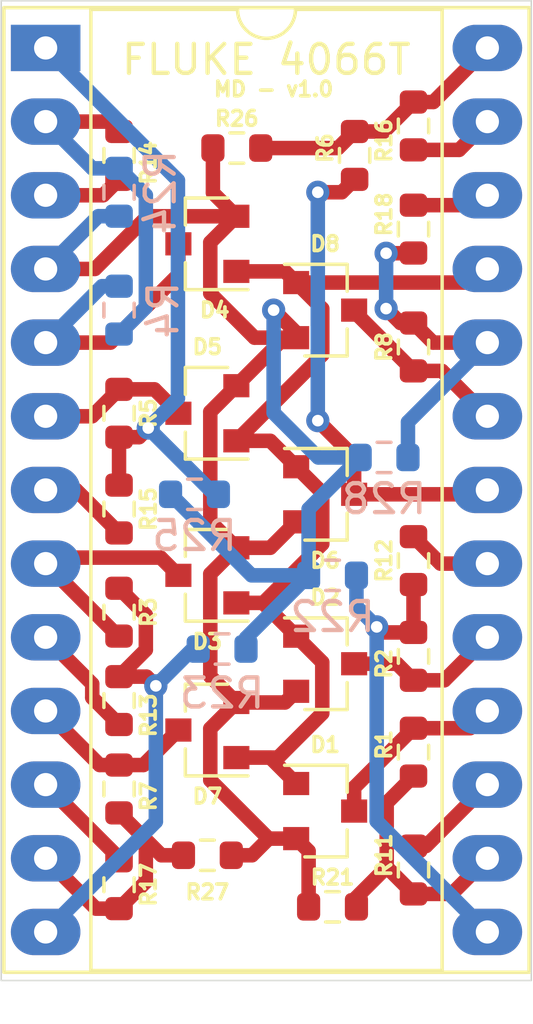
<source format=kicad_pcb>
(kicad_pcb (version 20171130) (host pcbnew 5.1.12-84ad8e8a86~92~ubuntu20.04.1)

  (general
    (thickness 1.6)
    (drawings 6)
    (tracks 187)
    (zones 0)
    (modules 33)
    (nets 27)
  )

  (page A4)
  (layers
    (0 F.Cu signal)
    (31 B.Cu signal)
    (32 B.Adhes user)
    (33 F.Adhes user)
    (34 B.Paste user)
    (35 F.Paste user)
    (36 B.SilkS user)
    (37 F.SilkS user)
    (38 B.Mask user)
    (39 F.Mask user)
    (40 Dwgs.User user)
    (41 Cmts.User user)
    (42 Eco1.User user)
    (43 Eco2.User user)
    (44 Edge.Cuts user)
    (45 Margin user)
    (46 B.CrtYd user)
    (47 F.CrtYd user)
    (48 B.Fab user)
    (49 F.Fab user)
  )

  (setup
    (last_trace_width 0.25)
    (user_trace_width 0.5)
    (trace_clearance 0.2)
    (zone_clearance 0.508)
    (zone_45_only no)
    (trace_min 0.2)
    (via_size 0.8)
    (via_drill 0.4)
    (via_min_size 0.4)
    (via_min_drill 0.3)
    (uvia_size 0.3)
    (uvia_drill 0.1)
    (uvias_allowed no)
    (uvia_min_size 0.2)
    (uvia_min_drill 0.1)
    (edge_width 0.05)
    (segment_width 0.2)
    (pcb_text_width 0.3)
    (pcb_text_size 1.5 1.5)
    (mod_edge_width 0.12)
    (mod_text_size 1 1)
    (mod_text_width 0.15)
    (pad_size 1.524 1.524)
    (pad_drill 0.762)
    (pad_to_mask_clearance 0)
    (aux_axis_origin 0 0)
    (visible_elements FFFFFF7F)
    (pcbplotparams
      (layerselection 0x010fc_ffffffff)
      (usegerberextensions true)
      (usegerberattributes false)
      (usegerberadvancedattributes false)
      (creategerberjobfile false)
      (excludeedgelayer true)
      (linewidth 0.100000)
      (plotframeref false)
      (viasonmask false)
      (mode 1)
      (useauxorigin false)
      (hpglpennumber 1)
      (hpglpenspeed 20)
      (hpglpendiameter 15.000000)
      (psnegative false)
      (psa4output false)
      (plotreference true)
      (plotvalue false)
      (plotinvisibletext false)
      (padsonsilk false)
      (subtractmaskfromsilk true)
      (outputformat 1)
      (mirror false)
      (drillshape 0)
      (scaleselection 1)
      (outputdirectory "gerbers/"))
  )

  (net 0 "")
  (net 1 /B0)
  (net 2 /PWR+)
  (net 3 /PWR-)
  (net 4 /B1)
  (net 5 /B2)
  (net 6 /B3)
  (net 7 /B4)
  (net 8 /B5)
  (net 9 /B6)
  (net 10 /B7)
  (net 11 /U4)
  (net 12 /U3)
  (net 13 /U1)
  (net 14 /L3)
  (net 15 /U0)
  (net 16 /L0)
  (net 17 /L4)
  (net 18 /L1)
  (net 19 /L2)
  (net 20 /U7)
  (net 21 /L6)
  (net 22 /U6)
  (net 23 /L7)
  (net 24 /U2)
  (net 25 /L5)
  (net 26 /U5)

  (net_class Default "This is the default net class."
    (clearance 0.2)
    (trace_width 0.25)
    (via_dia 0.8)
    (via_drill 0.4)
    (uvia_dia 0.3)
    (uvia_drill 0.1)
    (add_net /B0)
    (add_net /B1)
    (add_net /B2)
    (add_net /B3)
    (add_net /B4)
    (add_net /B5)
    (add_net /B6)
    (add_net /B7)
    (add_net /L0)
    (add_net /L1)
    (add_net /L2)
    (add_net /L3)
    (add_net /L4)
    (add_net /L5)
    (add_net /L6)
    (add_net /L7)
    (add_net /PWR+)
    (add_net /PWR-)
    (add_net /U0)
    (add_net /U1)
    (add_net /U2)
    (add_net /U3)
    (add_net /U4)
    (add_net /U5)
    (add_net /U6)
    (add_net /U7)
  )

  (module Resistor_SMD:R_0603_1608Metric (layer F.Cu) (tedit 5F68FEEE) (tstamp 6293FE3E)
    (at 134.112 68.834)
    (descr "Resistor SMD 0603 (1608 Metric), square (rectangular) end terminal, IPC_7351 nominal, (Body size source: IPC-SM-782 page 72, https://www.pcb-3d.com/wordpress/wp-content/uploads/ipc-sm-782a_amendment_1_and_2.pdf), generated with kicad-footprint-generator")
    (tags resistor)
    (path /6294C979)
    (attr smd)
    (fp_text reference R26 (at 0 -1.016) (layer F.SilkS)
      (effects (font (size 0.508 0.508) (thickness 0.127)))
    )
    (fp_text value R_US (at 0 1.43) (layer F.Fab)
      (effects (font (size 1 1) (thickness 0.15)))
    )
    (fp_line (start 1.48 0.73) (end -1.48 0.73) (layer F.CrtYd) (width 0.05))
    (fp_line (start 1.48 -0.73) (end 1.48 0.73) (layer F.CrtYd) (width 0.05))
    (fp_line (start -1.48 -0.73) (end 1.48 -0.73) (layer F.CrtYd) (width 0.05))
    (fp_line (start -1.48 0.73) (end -1.48 -0.73) (layer F.CrtYd) (width 0.05))
    (fp_line (start -0.237258 0.5225) (end 0.237258 0.5225) (layer F.SilkS) (width 0.12))
    (fp_line (start -0.237258 -0.5225) (end 0.237258 -0.5225) (layer F.SilkS) (width 0.12))
    (fp_line (start 0.8 0.4125) (end -0.8 0.4125) (layer F.Fab) (width 0.1))
    (fp_line (start 0.8 -0.4125) (end 0.8 0.4125) (layer F.Fab) (width 0.1))
    (fp_line (start -0.8 -0.4125) (end 0.8 -0.4125) (layer F.Fab) (width 0.1))
    (fp_line (start -0.8 0.4125) (end -0.8 -0.4125) (layer F.Fab) (width 0.1))
    (fp_text user %R (at 0 0) (layer F.Fab)
      (effects (font (size 0.4 0.4) (thickness 0.06)))
    )
    (pad 2 smd roundrect (at 0.825 0) (size 0.8 0.95) (layers F.Cu F.Paste F.Mask) (roundrect_rratio 0.25)
      (net 26 /U5))
    (pad 1 smd roundrect (at -0.825 0) (size 0.8 0.95) (layers F.Cu F.Paste F.Mask) (roundrect_rratio 0.25)
      (net 2 /PWR+))
    (model ${KISYS3DMOD}/Resistor_SMD.3dshapes/R_0603_1608Metric.wrl
      (at (xyz 0 0 0))
      (scale (xyz 1 1 1))
      (rotate (xyz 0 0 0))
    )
  )

  (module Resistor_SMD:R_0603_1608Metric (layer B.Cu) (tedit 5F68FEEE) (tstamp 6293FE0B)
    (at 133.604 86.106 180)
    (descr "Resistor SMD 0603 (1608 Metric), square (rectangular) end terminal, IPC_7351 nominal, (Body size source: IPC-SM-782 page 72, https://www.pcb-3d.com/wordpress/wp-content/uploads/ipc-sm-782a_amendment_1_and_2.pdf), generated with kicad-footprint-generator")
    (tags resistor)
    (path /62952065)
    (attr smd)
    (fp_text reference R23 (at 0 -1.524) (layer B.SilkS)
      (effects (font (size 1 1) (thickness 0.15)) (justify mirror))
    )
    (fp_text value R_US (at 0 -1.43) (layer B.Fab)
      (effects (font (size 1 1) (thickness 0.15)) (justify mirror))
    )
    (fp_line (start 1.48 -0.73) (end -1.48 -0.73) (layer B.CrtYd) (width 0.05))
    (fp_line (start 1.48 0.73) (end 1.48 -0.73) (layer B.CrtYd) (width 0.05))
    (fp_line (start -1.48 0.73) (end 1.48 0.73) (layer B.CrtYd) (width 0.05))
    (fp_line (start -1.48 -0.73) (end -1.48 0.73) (layer B.CrtYd) (width 0.05))
    (fp_line (start -0.237258 -0.5225) (end 0.237258 -0.5225) (layer B.SilkS) (width 0.12))
    (fp_line (start -0.237258 0.5225) (end 0.237258 0.5225) (layer B.SilkS) (width 0.12))
    (fp_line (start 0.8 -0.4125) (end -0.8 -0.4125) (layer B.Fab) (width 0.1))
    (fp_line (start 0.8 0.4125) (end 0.8 -0.4125) (layer B.Fab) (width 0.1))
    (fp_line (start -0.8 0.4125) (end 0.8 0.4125) (layer B.Fab) (width 0.1))
    (fp_line (start -0.8 -0.4125) (end -0.8 0.4125) (layer B.Fab) (width 0.1))
    (fp_text user %R (at 0 0) (layer B.Fab)
      (effects (font (size 0.4 0.4) (thickness 0.06)) (justify mirror))
    )
    (pad 2 smd roundrect (at 0.825 0 180) (size 0.8 0.95) (layers B.Cu B.Paste B.Mask) (roundrect_rratio 0.25)
      (net 24 /U2))
    (pad 1 smd roundrect (at -0.825 0 180) (size 0.8 0.95) (layers B.Cu B.Paste B.Mask) (roundrect_rratio 0.25)
      (net 2 /PWR+))
    (model ${KISYS3DMOD}/Resistor_SMD.3dshapes/R_0603_1608Metric.wrl
      (at (xyz 0 0 0))
      (scale (xyz 1 1 1))
      (rotate (xyz 0 0 0))
    )
  )

  (module Resistor_SMD:R_0603_1608Metric (layer B.Cu) (tedit 5F68FEEE) (tstamp 6293FE60)
    (at 139.192 79.502)
    (descr "Resistor SMD 0603 (1608 Metric), square (rectangular) end terminal, IPC_7351 nominal, (Body size source: IPC-SM-782 page 72, https://www.pcb-3d.com/wordpress/wp-content/uploads/ipc-sm-782a_amendment_1_and_2.pdf), generated with kicad-footprint-generator")
    (tags resistor)
    (path /62A06989)
    (attr smd)
    (fp_text reference R28 (at 0 1.43) (layer B.SilkS)
      (effects (font (size 1 1) (thickness 0.15)) (justify mirror))
    )
    (fp_text value R_US (at 0 -1.43) (layer B.Fab)
      (effects (font (size 1 1) (thickness 0.15)) (justify mirror))
    )
    (fp_line (start 1.48 -0.73) (end -1.48 -0.73) (layer B.CrtYd) (width 0.05))
    (fp_line (start 1.48 0.73) (end 1.48 -0.73) (layer B.CrtYd) (width 0.05))
    (fp_line (start -1.48 0.73) (end 1.48 0.73) (layer B.CrtYd) (width 0.05))
    (fp_line (start -1.48 -0.73) (end -1.48 0.73) (layer B.CrtYd) (width 0.05))
    (fp_line (start -0.237258 -0.5225) (end 0.237258 -0.5225) (layer B.SilkS) (width 0.12))
    (fp_line (start -0.237258 0.5225) (end 0.237258 0.5225) (layer B.SilkS) (width 0.12))
    (fp_line (start 0.8 -0.4125) (end -0.8 -0.4125) (layer B.Fab) (width 0.1))
    (fp_line (start 0.8 0.4125) (end 0.8 -0.4125) (layer B.Fab) (width 0.1))
    (fp_line (start -0.8 0.4125) (end 0.8 0.4125) (layer B.Fab) (width 0.1))
    (fp_line (start -0.8 -0.4125) (end -0.8 0.4125) (layer B.Fab) (width 0.1))
    (fp_text user %R (at 0 0) (layer B.Fab)
      (effects (font (size 0.4 0.4) (thickness 0.06)) (justify mirror))
    )
    (pad 2 smd roundrect (at 0.825 0) (size 0.8 0.95) (layers B.Cu B.Paste B.Mask) (roundrect_rratio 0.25)
      (net 20 /U7))
    (pad 1 smd roundrect (at -0.825 0) (size 0.8 0.95) (layers B.Cu B.Paste B.Mask) (roundrect_rratio 0.25)
      (net 2 /PWR+))
    (model ${KISYS3DMOD}/Resistor_SMD.3dshapes/R_0603_1608Metric.wrl
      (at (xyz 0 0 0))
      (scale (xyz 1 1 1))
      (rotate (xyz 0 0 0))
    )
  )

  (module Resistor_SMD:R_0603_1608Metric (layer F.Cu) (tedit 5F68FEEE) (tstamp 6293FE4F)
    (at 133.096 93.218 180)
    (descr "Resistor SMD 0603 (1608 Metric), square (rectangular) end terminal, IPC_7351 nominal, (Body size source: IPC-SM-782 page 72, https://www.pcb-3d.com/wordpress/wp-content/uploads/ipc-sm-782a_amendment_1_and_2.pdf), generated with kicad-footprint-generator")
    (tags resistor)
    (path /62A06501)
    (attr smd)
    (fp_text reference R27 (at 0 -1.27 180) (layer F.SilkS)
      (effects (font (size 0.508 0.508) (thickness 0.127)))
    )
    (fp_text value R_US (at 0 1.43 180) (layer F.Fab)
      (effects (font (size 1 1) (thickness 0.15)))
    )
    (fp_line (start 1.48 0.73) (end -1.48 0.73) (layer F.CrtYd) (width 0.05))
    (fp_line (start 1.48 -0.73) (end 1.48 0.73) (layer F.CrtYd) (width 0.05))
    (fp_line (start -1.48 -0.73) (end 1.48 -0.73) (layer F.CrtYd) (width 0.05))
    (fp_line (start -1.48 0.73) (end -1.48 -0.73) (layer F.CrtYd) (width 0.05))
    (fp_line (start -0.237258 0.5225) (end 0.237258 0.5225) (layer F.SilkS) (width 0.12))
    (fp_line (start -0.237258 -0.5225) (end 0.237258 -0.5225) (layer F.SilkS) (width 0.12))
    (fp_line (start 0.8 0.4125) (end -0.8 0.4125) (layer F.Fab) (width 0.1))
    (fp_line (start 0.8 -0.4125) (end 0.8 0.4125) (layer F.Fab) (width 0.1))
    (fp_line (start -0.8 -0.4125) (end 0.8 -0.4125) (layer F.Fab) (width 0.1))
    (fp_line (start -0.8 0.4125) (end -0.8 -0.4125) (layer F.Fab) (width 0.1))
    (fp_text user %R (at 0 0 180) (layer F.Fab)
      (effects (font (size 0.4 0.4) (thickness 0.06)))
    )
    (pad 2 smd roundrect (at 0.825 0 180) (size 0.8 0.95) (layers F.Cu F.Paste F.Mask) (roundrect_rratio 0.25)
      (net 22 /U6))
    (pad 1 smd roundrect (at -0.825 0 180) (size 0.8 0.95) (layers F.Cu F.Paste F.Mask) (roundrect_rratio 0.25)
      (net 2 /PWR+))
    (model ${KISYS3DMOD}/Resistor_SMD.3dshapes/R_0603_1608Metric.wrl
      (at (xyz 0 0 0))
      (scale (xyz 1 1 1))
      (rotate (xyz 0 0 0))
    )
  )

  (module Resistor_SMD:R_0603_1608Metric (layer B.Cu) (tedit 5F68FEEE) (tstamp 6293FE2D)
    (at 132.651 80.772)
    (descr "Resistor SMD 0603 (1608 Metric), square (rectangular) end terminal, IPC_7351 nominal, (Body size source: IPC-SM-782 page 72, https://www.pcb-3d.com/wordpress/wp-content/uploads/ipc-sm-782a_amendment_1_and_2.pdf), generated with kicad-footprint-generator")
    (tags resistor)
    (path /62A05AC2)
    (attr smd)
    (fp_text reference R25 (at 0 1.43) (layer B.SilkS)
      (effects (font (size 1 1) (thickness 0.15)) (justify mirror))
    )
    (fp_text value R_US (at 0 -1.43) (layer B.Fab)
      (effects (font (size 1 1) (thickness 0.15)) (justify mirror))
    )
    (fp_line (start 1.48 -0.73) (end -1.48 -0.73) (layer B.CrtYd) (width 0.05))
    (fp_line (start 1.48 0.73) (end 1.48 -0.73) (layer B.CrtYd) (width 0.05))
    (fp_line (start -1.48 0.73) (end 1.48 0.73) (layer B.CrtYd) (width 0.05))
    (fp_line (start -1.48 -0.73) (end -1.48 0.73) (layer B.CrtYd) (width 0.05))
    (fp_line (start -0.237258 -0.5225) (end 0.237258 -0.5225) (layer B.SilkS) (width 0.12))
    (fp_line (start -0.237258 0.5225) (end 0.237258 0.5225) (layer B.SilkS) (width 0.12))
    (fp_line (start 0.8 -0.4125) (end -0.8 -0.4125) (layer B.Fab) (width 0.1))
    (fp_line (start 0.8 0.4125) (end 0.8 -0.4125) (layer B.Fab) (width 0.1))
    (fp_line (start -0.8 0.4125) (end 0.8 0.4125) (layer B.Fab) (width 0.1))
    (fp_line (start -0.8 -0.4125) (end -0.8 0.4125) (layer B.Fab) (width 0.1))
    (fp_text user %R (at 0 0) (layer B.Fab)
      (effects (font (size 0.4 0.4) (thickness 0.06)) (justify mirror))
    )
    (pad 2 smd roundrect (at 0.825 0) (size 0.8 0.95) (layers B.Cu B.Paste B.Mask) (roundrect_rratio 0.25)
      (net 11 /U4))
    (pad 1 smd roundrect (at -0.825 0) (size 0.8 0.95) (layers B.Cu B.Paste B.Mask) (roundrect_rratio 0.25)
      (net 2 /PWR+))
    (model ${KISYS3DMOD}/Resistor_SMD.3dshapes/R_0603_1608Metric.wrl
      (at (xyz 0 0 0))
      (scale (xyz 1 1 1))
      (rotate (xyz 0 0 0))
    )
  )

  (module Resistor_SMD:R_0603_1608Metric (layer B.Cu) (tedit 5F68FEEE) (tstamp 6293FE1C)
    (at 130.048 70.358 90)
    (descr "Resistor SMD 0603 (1608 Metric), square (rectangular) end terminal, IPC_7351 nominal, (Body size source: IPC-SM-782 page 72, https://www.pcb-3d.com/wordpress/wp-content/uploads/ipc-sm-782a_amendment_1_and_2.pdf), generated with kicad-footprint-generator")
    (tags resistor)
    (path /62A04AB7)
    (attr smd)
    (fp_text reference R24 (at 0 1.43 270) (layer B.SilkS)
      (effects (font (size 1 1) (thickness 0.15)) (justify mirror))
    )
    (fp_text value R_US (at 0 -1.43 270) (layer B.Fab)
      (effects (font (size 1 1) (thickness 0.15)) (justify mirror))
    )
    (fp_line (start 1.48 -0.73) (end -1.48 -0.73) (layer B.CrtYd) (width 0.05))
    (fp_line (start 1.48 0.73) (end 1.48 -0.73) (layer B.CrtYd) (width 0.05))
    (fp_line (start -1.48 0.73) (end 1.48 0.73) (layer B.CrtYd) (width 0.05))
    (fp_line (start -1.48 -0.73) (end -1.48 0.73) (layer B.CrtYd) (width 0.05))
    (fp_line (start -0.237258 -0.5225) (end 0.237258 -0.5225) (layer B.SilkS) (width 0.12))
    (fp_line (start -0.237258 0.5225) (end 0.237258 0.5225) (layer B.SilkS) (width 0.12))
    (fp_line (start 0.8 -0.4125) (end -0.8 -0.4125) (layer B.Fab) (width 0.1))
    (fp_line (start 0.8 0.4125) (end 0.8 -0.4125) (layer B.Fab) (width 0.1))
    (fp_line (start -0.8 0.4125) (end 0.8 0.4125) (layer B.Fab) (width 0.1))
    (fp_line (start -0.8 -0.4125) (end -0.8 0.4125) (layer B.Fab) (width 0.1))
    (fp_text user %R (at 0 0 270) (layer B.Fab)
      (effects (font (size 0.4 0.4) (thickness 0.06)) (justify mirror))
    )
    (pad 2 smd roundrect (at 0.825 0 90) (size 0.8 0.95) (layers B.Cu B.Paste B.Mask) (roundrect_rratio 0.25)
      (net 12 /U3))
    (pad 1 smd roundrect (at -0.825 0 90) (size 0.8 0.95) (layers B.Cu B.Paste B.Mask) (roundrect_rratio 0.25)
      (net 2 /PWR+))
    (model ${KISYS3DMOD}/Resistor_SMD.3dshapes/R_0603_1608Metric.wrl
      (at (xyz 0 0 0))
      (scale (xyz 1 1 1))
      (rotate (xyz 0 0 0))
    )
  )

  (module Resistor_SMD:R_0603_1608Metric (layer B.Cu) (tedit 5F68FEEE) (tstamp 6293FDFA)
    (at 137.414 83.566)
    (descr "Resistor SMD 0603 (1608 Metric), square (rectangular) end terminal, IPC_7351 nominal, (Body size source: IPC-SM-782 page 72, https://www.pcb-3d.com/wordpress/wp-content/uploads/ipc-sm-782a_amendment_1_and_2.pdf), generated with kicad-footprint-generator")
    (tags resistor)
    (path /62A0411D)
    (attr smd)
    (fp_text reference R22 (at 0 1.43) (layer B.SilkS)
      (effects (font (size 1 1) (thickness 0.15)) (justify mirror))
    )
    (fp_text value R_US (at 0 -1.43) (layer B.Fab)
      (effects (font (size 1 1) (thickness 0.15)) (justify mirror))
    )
    (fp_line (start 1.48 -0.73) (end -1.48 -0.73) (layer B.CrtYd) (width 0.05))
    (fp_line (start 1.48 0.73) (end 1.48 -0.73) (layer B.CrtYd) (width 0.05))
    (fp_line (start -1.48 0.73) (end 1.48 0.73) (layer B.CrtYd) (width 0.05))
    (fp_line (start -1.48 -0.73) (end -1.48 0.73) (layer B.CrtYd) (width 0.05))
    (fp_line (start -0.237258 -0.5225) (end 0.237258 -0.5225) (layer B.SilkS) (width 0.12))
    (fp_line (start -0.237258 0.5225) (end 0.237258 0.5225) (layer B.SilkS) (width 0.12))
    (fp_line (start 0.8 -0.4125) (end -0.8 -0.4125) (layer B.Fab) (width 0.1))
    (fp_line (start 0.8 0.4125) (end 0.8 -0.4125) (layer B.Fab) (width 0.1))
    (fp_line (start -0.8 0.4125) (end 0.8 0.4125) (layer B.Fab) (width 0.1))
    (fp_line (start -0.8 -0.4125) (end -0.8 0.4125) (layer B.Fab) (width 0.1))
    (fp_text user %R (at 0 0) (layer B.Fab)
      (effects (font (size 0.4 0.4) (thickness 0.06)) (justify mirror))
    )
    (pad 2 smd roundrect (at 0.825 0) (size 0.8 0.95) (layers B.Cu B.Paste B.Mask) (roundrect_rratio 0.25)
      (net 13 /U1))
    (pad 1 smd roundrect (at -0.825 0) (size 0.8 0.95) (layers B.Cu B.Paste B.Mask) (roundrect_rratio 0.25)
      (net 2 /PWR+))
    (model ${KISYS3DMOD}/Resistor_SMD.3dshapes/R_0603_1608Metric.wrl
      (at (xyz 0 0 0))
      (scale (xyz 1 1 1))
      (rotate (xyz 0 0 0))
    )
  )

  (module Resistor_SMD:R_0603_1608Metric (layer F.Cu) (tedit 5F68FEEE) (tstamp 6293FDE9)
    (at 137.414 94.996)
    (descr "Resistor SMD 0603 (1608 Metric), square (rectangular) end terminal, IPC_7351 nominal, (Body size source: IPC-SM-782 page 72, https://www.pcb-3d.com/wordpress/wp-content/uploads/ipc-sm-782a_amendment_1_and_2.pdf), generated with kicad-footprint-generator")
    (tags resistor)
    (path /62A032FE)
    (attr smd)
    (fp_text reference R21 (at 0 -1.016) (layer F.SilkS)
      (effects (font (size 0.508 0.508) (thickness 0.127)))
    )
    (fp_text value R_US (at 0 1.43) (layer F.Fab)
      (effects (font (size 1 1) (thickness 0.15)))
    )
    (fp_line (start 1.48 0.73) (end -1.48 0.73) (layer F.CrtYd) (width 0.05))
    (fp_line (start 1.48 -0.73) (end 1.48 0.73) (layer F.CrtYd) (width 0.05))
    (fp_line (start -1.48 -0.73) (end 1.48 -0.73) (layer F.CrtYd) (width 0.05))
    (fp_line (start -1.48 0.73) (end -1.48 -0.73) (layer F.CrtYd) (width 0.05))
    (fp_line (start -0.237258 0.5225) (end 0.237258 0.5225) (layer F.SilkS) (width 0.12))
    (fp_line (start -0.237258 -0.5225) (end 0.237258 -0.5225) (layer F.SilkS) (width 0.12))
    (fp_line (start 0.8 0.4125) (end -0.8 0.4125) (layer F.Fab) (width 0.1))
    (fp_line (start 0.8 -0.4125) (end 0.8 0.4125) (layer F.Fab) (width 0.1))
    (fp_line (start -0.8 -0.4125) (end 0.8 -0.4125) (layer F.Fab) (width 0.1))
    (fp_line (start -0.8 0.4125) (end -0.8 -0.4125) (layer F.Fab) (width 0.1))
    (fp_text user %R (at 0 0) (layer F.Fab)
      (effects (font (size 0.4 0.4) (thickness 0.06)))
    )
    (pad 2 smd roundrect (at 0.825 0) (size 0.8 0.95) (layers F.Cu F.Paste F.Mask) (roundrect_rratio 0.25)
      (net 15 /U0))
    (pad 1 smd roundrect (at -0.825 0) (size 0.8 0.95) (layers F.Cu F.Paste F.Mask) (roundrect_rratio 0.25)
      (net 2 /PWR+))
    (model ${KISYS3DMOD}/Resistor_SMD.3dshapes/R_0603_1608Metric.wrl
      (at (xyz 0 0 0))
      (scale (xyz 1 1 1))
      (rotate (xyz 0 0 0))
    )
  )

  (module Resistor_SMD:R_0603_1608Metric (layer F.Cu) (tedit 5F68FEEE) (tstamp 6293FDD8)
    (at 140.208 71.628 270)
    (descr "Resistor SMD 0603 (1608 Metric), square (rectangular) end terminal, IPC_7351 nominal, (Body size source: IPC-SM-782 page 72, https://www.pcb-3d.com/wordpress/wp-content/uploads/ipc-sm-782a_amendment_1_and_2.pdf), generated with kicad-footprint-generator")
    (tags resistor)
    (path /629769F8)
    (attr smd)
    (fp_text reference R18 (at -0.508 1.016 90) (layer F.SilkS)
      (effects (font (size 0.508 0.508) (thickness 0.127)))
    )
    (fp_text value R_US (at 0 1.43 90) (layer F.Fab)
      (effects (font (size 1 1) (thickness 0.15)))
    )
    (fp_line (start 1.48 0.73) (end -1.48 0.73) (layer F.CrtYd) (width 0.05))
    (fp_line (start 1.48 -0.73) (end 1.48 0.73) (layer F.CrtYd) (width 0.05))
    (fp_line (start -1.48 -0.73) (end 1.48 -0.73) (layer F.CrtYd) (width 0.05))
    (fp_line (start -1.48 0.73) (end -1.48 -0.73) (layer F.CrtYd) (width 0.05))
    (fp_line (start -0.237258 0.5225) (end 0.237258 0.5225) (layer F.SilkS) (width 0.12))
    (fp_line (start -0.237258 -0.5225) (end 0.237258 -0.5225) (layer F.SilkS) (width 0.12))
    (fp_line (start 0.8 0.4125) (end -0.8 0.4125) (layer F.Fab) (width 0.1))
    (fp_line (start 0.8 -0.4125) (end 0.8 0.4125) (layer F.Fab) (width 0.1))
    (fp_line (start -0.8 -0.4125) (end 0.8 -0.4125) (layer F.Fab) (width 0.1))
    (fp_line (start -0.8 0.4125) (end -0.8 -0.4125) (layer F.Fab) (width 0.1))
    (fp_text user %R (at 0 0 90) (layer F.Fab)
      (effects (font (size 0.4 0.4) (thickness 0.06)))
    )
    (pad 2 smd roundrect (at 0.825 0 270) (size 0.8 0.95) (layers F.Cu F.Paste F.Mask) (roundrect_rratio 0.25)
      (net 20 /U7))
    (pad 1 smd roundrect (at -0.825 0 270) (size 0.8 0.95) (layers F.Cu F.Paste F.Mask) (roundrect_rratio 0.25)
      (net 23 /L7))
    (model ${KISYS3DMOD}/Resistor_SMD.3dshapes/R_0603_1608Metric.wrl
      (at (xyz 0 0 0))
      (scale (xyz 1 1 1))
      (rotate (xyz 0 0 0))
    )
  )

  (module Resistor_SMD:R_0603_1608Metric (layer F.Cu) (tedit 5F68FEEE) (tstamp 6293FDC7)
    (at 130.048 94.234 270)
    (descr "Resistor SMD 0603 (1608 Metric), square (rectangular) end terminal, IPC_7351 nominal, (Body size source: IPC-SM-782 page 72, https://www.pcb-3d.com/wordpress/wp-content/uploads/ipc-sm-782a_amendment_1_and_2.pdf), generated with kicad-footprint-generator")
    (tags resistor)
    (path /6297539A)
    (attr smd)
    (fp_text reference R17 (at 0 -1.016 90) (layer F.SilkS)
      (effects (font (size 0.508 0.508) (thickness 0.127)))
    )
    (fp_text value R_US (at 0 1.43 90) (layer F.Fab)
      (effects (font (size 1 1) (thickness 0.15)))
    )
    (fp_line (start 1.48 0.73) (end -1.48 0.73) (layer F.CrtYd) (width 0.05))
    (fp_line (start 1.48 -0.73) (end 1.48 0.73) (layer F.CrtYd) (width 0.05))
    (fp_line (start -1.48 -0.73) (end 1.48 -0.73) (layer F.CrtYd) (width 0.05))
    (fp_line (start -1.48 0.73) (end -1.48 -0.73) (layer F.CrtYd) (width 0.05))
    (fp_line (start -0.237258 0.5225) (end 0.237258 0.5225) (layer F.SilkS) (width 0.12))
    (fp_line (start -0.237258 -0.5225) (end 0.237258 -0.5225) (layer F.SilkS) (width 0.12))
    (fp_line (start 0.8 0.4125) (end -0.8 0.4125) (layer F.Fab) (width 0.1))
    (fp_line (start 0.8 -0.4125) (end 0.8 0.4125) (layer F.Fab) (width 0.1))
    (fp_line (start -0.8 -0.4125) (end 0.8 -0.4125) (layer F.Fab) (width 0.1))
    (fp_line (start -0.8 0.4125) (end -0.8 -0.4125) (layer F.Fab) (width 0.1))
    (fp_text user %R (at 0 0 90) (layer F.Fab)
      (effects (font (size 0.4 0.4) (thickness 0.06)))
    )
    (pad 2 smd roundrect (at 0.825 0 270) (size 0.8 0.95) (layers F.Cu F.Paste F.Mask) (roundrect_rratio 0.25)
      (net 22 /U6))
    (pad 1 smd roundrect (at -0.825 0 270) (size 0.8 0.95) (layers F.Cu F.Paste F.Mask) (roundrect_rratio 0.25)
      (net 21 /L6))
    (model ${KISYS3DMOD}/Resistor_SMD.3dshapes/R_0603_1608Metric.wrl
      (at (xyz 0 0 0))
      (scale (xyz 1 1 1))
      (rotate (xyz 0 0 0))
    )
  )

  (module Resistor_SMD:R_0603_1608Metric (layer F.Cu) (tedit 5F68FEEE) (tstamp 6293FDB6)
    (at 140.208 68.072 90)
    (descr "Resistor SMD 0603 (1608 Metric), square (rectangular) end terminal, IPC_7351 nominal, (Body size source: IPC-SM-782 page 72, https://www.pcb-3d.com/wordpress/wp-content/uploads/ipc-sm-782a_amendment_1_and_2.pdf), generated with kicad-footprint-generator")
    (tags resistor)
    (path /62973624)
    (attr smd)
    (fp_text reference R16 (at -0.508 -1.016 90) (layer F.SilkS)
      (effects (font (size 0.508 0.508) (thickness 0.127)))
    )
    (fp_text value R_US (at 0 1.43 90) (layer F.Fab)
      (effects (font (size 1 1) (thickness 0.15)))
    )
    (fp_line (start 1.48 0.73) (end -1.48 0.73) (layer F.CrtYd) (width 0.05))
    (fp_line (start 1.48 -0.73) (end 1.48 0.73) (layer F.CrtYd) (width 0.05))
    (fp_line (start -1.48 -0.73) (end 1.48 -0.73) (layer F.CrtYd) (width 0.05))
    (fp_line (start -1.48 0.73) (end -1.48 -0.73) (layer F.CrtYd) (width 0.05))
    (fp_line (start -0.237258 0.5225) (end 0.237258 0.5225) (layer F.SilkS) (width 0.12))
    (fp_line (start -0.237258 -0.5225) (end 0.237258 -0.5225) (layer F.SilkS) (width 0.12))
    (fp_line (start 0.8 0.4125) (end -0.8 0.4125) (layer F.Fab) (width 0.1))
    (fp_line (start 0.8 -0.4125) (end 0.8 0.4125) (layer F.Fab) (width 0.1))
    (fp_line (start -0.8 -0.4125) (end 0.8 -0.4125) (layer F.Fab) (width 0.1))
    (fp_line (start -0.8 0.4125) (end -0.8 -0.4125) (layer F.Fab) (width 0.1))
    (fp_text user %R (at 0 0 90) (layer F.Fab)
      (effects (font (size 0.4 0.4) (thickness 0.06)))
    )
    (pad 2 smd roundrect (at 0.825 0 90) (size 0.8 0.95) (layers F.Cu F.Paste F.Mask) (roundrect_rratio 0.25)
      (net 26 /U5))
    (pad 1 smd roundrect (at -0.825 0 90) (size 0.8 0.95) (layers F.Cu F.Paste F.Mask) (roundrect_rratio 0.25)
      (net 25 /L5))
    (model ${KISYS3DMOD}/Resistor_SMD.3dshapes/R_0603_1608Metric.wrl
      (at (xyz 0 0 0))
      (scale (xyz 1 1 1))
      (rotate (xyz 0 0 0))
    )
  )

  (module Resistor_SMD:R_0603_1608Metric (layer F.Cu) (tedit 5F68FEEE) (tstamp 6293FDA5)
    (at 130.048 81.28 90)
    (descr "Resistor SMD 0603 (1608 Metric), square (rectangular) end terminal, IPC_7351 nominal, (Body size source: IPC-SM-782 page 72, https://www.pcb-3d.com/wordpress/wp-content/uploads/ipc-sm-782a_amendment_1_and_2.pdf), generated with kicad-footprint-generator")
    (tags resistor)
    (path /629714A0)
    (attr smd)
    (fp_text reference R15 (at 0 1.016 90) (layer F.SilkS)
      (effects (font (size 0.508 0.508) (thickness 0.127)))
    )
    (fp_text value R_US (at 0 1.43 90) (layer F.Fab)
      (effects (font (size 1 1) (thickness 0.15)))
    )
    (fp_line (start 1.48 0.73) (end -1.48 0.73) (layer F.CrtYd) (width 0.05))
    (fp_line (start 1.48 -0.73) (end 1.48 0.73) (layer F.CrtYd) (width 0.05))
    (fp_line (start -1.48 -0.73) (end 1.48 -0.73) (layer F.CrtYd) (width 0.05))
    (fp_line (start -1.48 0.73) (end -1.48 -0.73) (layer F.CrtYd) (width 0.05))
    (fp_line (start -0.237258 0.5225) (end 0.237258 0.5225) (layer F.SilkS) (width 0.12))
    (fp_line (start -0.237258 -0.5225) (end 0.237258 -0.5225) (layer F.SilkS) (width 0.12))
    (fp_line (start 0.8 0.4125) (end -0.8 0.4125) (layer F.Fab) (width 0.1))
    (fp_line (start 0.8 -0.4125) (end 0.8 0.4125) (layer F.Fab) (width 0.1))
    (fp_line (start -0.8 -0.4125) (end 0.8 -0.4125) (layer F.Fab) (width 0.1))
    (fp_line (start -0.8 0.4125) (end -0.8 -0.4125) (layer F.Fab) (width 0.1))
    (fp_text user %R (at 0 0 90) (layer F.Fab)
      (effects (font (size 0.4 0.4) (thickness 0.06)))
    )
    (pad 2 smd roundrect (at 0.825 0 90) (size 0.8 0.95) (layers F.Cu F.Paste F.Mask) (roundrect_rratio 0.25)
      (net 11 /U4))
    (pad 1 smd roundrect (at -0.825 0 90) (size 0.8 0.95) (layers F.Cu F.Paste F.Mask) (roundrect_rratio 0.25)
      (net 17 /L4))
    (model ${KISYS3DMOD}/Resistor_SMD.3dshapes/R_0603_1608Metric.wrl
      (at (xyz 0 0 0))
      (scale (xyz 1 1 1))
      (rotate (xyz 0 0 0))
    )
  )

  (module Resistor_SMD:R_0603_1608Metric (layer F.Cu) (tedit 5F68FEEE) (tstamp 6293FD94)
    (at 130.048 69.088 90)
    (descr "Resistor SMD 0603 (1608 Metric), square (rectangular) end terminal, IPC_7351 nominal, (Body size source: IPC-SM-782 page 72, https://www.pcb-3d.com/wordpress/wp-content/uploads/ipc-sm-782a_amendment_1_and_2.pdf), generated with kicad-footprint-generator")
    (tags resistor)
    (path /62970859)
    (attr smd)
    (fp_text reference R14 (at -0.254 1.016 90) (layer F.SilkS)
      (effects (font (size 0.508 0.508) (thickness 0.127)))
    )
    (fp_text value R_US (at 0 1.43 90) (layer F.Fab)
      (effects (font (size 1 1) (thickness 0.15)))
    )
    (fp_line (start 1.48 0.73) (end -1.48 0.73) (layer F.CrtYd) (width 0.05))
    (fp_line (start 1.48 -0.73) (end 1.48 0.73) (layer F.CrtYd) (width 0.05))
    (fp_line (start -1.48 -0.73) (end 1.48 -0.73) (layer F.CrtYd) (width 0.05))
    (fp_line (start -1.48 0.73) (end -1.48 -0.73) (layer F.CrtYd) (width 0.05))
    (fp_line (start -0.237258 0.5225) (end 0.237258 0.5225) (layer F.SilkS) (width 0.12))
    (fp_line (start -0.237258 -0.5225) (end 0.237258 -0.5225) (layer F.SilkS) (width 0.12))
    (fp_line (start 0.8 0.4125) (end -0.8 0.4125) (layer F.Fab) (width 0.1))
    (fp_line (start 0.8 -0.4125) (end 0.8 0.4125) (layer F.Fab) (width 0.1))
    (fp_line (start -0.8 -0.4125) (end 0.8 -0.4125) (layer F.Fab) (width 0.1))
    (fp_line (start -0.8 0.4125) (end -0.8 -0.4125) (layer F.Fab) (width 0.1))
    (fp_text user %R (at 0 0 90) (layer F.Fab)
      (effects (font (size 0.4 0.4) (thickness 0.06)))
    )
    (pad 2 smd roundrect (at 0.825 0 90) (size 0.8 0.95) (layers F.Cu F.Paste F.Mask) (roundrect_rratio 0.25)
      (net 12 /U3))
    (pad 1 smd roundrect (at -0.825 0 90) (size 0.8 0.95) (layers F.Cu F.Paste F.Mask) (roundrect_rratio 0.25)
      (net 14 /L3))
    (model ${KISYS3DMOD}/Resistor_SMD.3dshapes/R_0603_1608Metric.wrl
      (at (xyz 0 0 0))
      (scale (xyz 1 1 1))
      (rotate (xyz 0 0 0))
    )
  )

  (module Resistor_SMD:R_0603_1608Metric (layer F.Cu) (tedit 5F68FEEE) (tstamp 6293FD83)
    (at 130.048 87.884 90)
    (descr "Resistor SMD 0603 (1608 Metric), square (rectangular) end terminal, IPC_7351 nominal, (Body size source: IPC-SM-782 page 72, https://www.pcb-3d.com/wordpress/wp-content/uploads/ipc-sm-782a_amendment_1_and_2.pdf), generated with kicad-footprint-generator")
    (tags resistor)
    (path /6296E0AA)
    (attr smd)
    (fp_text reference R13 (at -0.508 1.016 90) (layer F.SilkS)
      (effects (font (size 0.508 0.508) (thickness 0.127)))
    )
    (fp_text value R_US (at 0 1.43 90) (layer F.Fab)
      (effects (font (size 1 1) (thickness 0.15)))
    )
    (fp_line (start 1.48 0.73) (end -1.48 0.73) (layer F.CrtYd) (width 0.05))
    (fp_line (start 1.48 -0.73) (end 1.48 0.73) (layer F.CrtYd) (width 0.05))
    (fp_line (start -1.48 -0.73) (end 1.48 -0.73) (layer F.CrtYd) (width 0.05))
    (fp_line (start -1.48 0.73) (end -1.48 -0.73) (layer F.CrtYd) (width 0.05))
    (fp_line (start -0.237258 0.5225) (end 0.237258 0.5225) (layer F.SilkS) (width 0.12))
    (fp_line (start -0.237258 -0.5225) (end 0.237258 -0.5225) (layer F.SilkS) (width 0.12))
    (fp_line (start 0.8 0.4125) (end -0.8 0.4125) (layer F.Fab) (width 0.1))
    (fp_line (start 0.8 -0.4125) (end 0.8 0.4125) (layer F.Fab) (width 0.1))
    (fp_line (start -0.8 -0.4125) (end 0.8 -0.4125) (layer F.Fab) (width 0.1))
    (fp_line (start -0.8 0.4125) (end -0.8 -0.4125) (layer F.Fab) (width 0.1))
    (fp_text user %R (at 0 0 90) (layer F.Fab)
      (effects (font (size 0.4 0.4) (thickness 0.06)))
    )
    (pad 2 smd roundrect (at 0.825 0 90) (size 0.8 0.95) (layers F.Cu F.Paste F.Mask) (roundrect_rratio 0.25)
      (net 24 /U2))
    (pad 1 smd roundrect (at -0.825 0 90) (size 0.8 0.95) (layers F.Cu F.Paste F.Mask) (roundrect_rratio 0.25)
      (net 19 /L2))
    (model ${KISYS3DMOD}/Resistor_SMD.3dshapes/R_0603_1608Metric.wrl
      (at (xyz 0 0 0))
      (scale (xyz 1 1 1))
      (rotate (xyz 0 0 0))
    )
  )

  (module Resistor_SMD:R_0603_1608Metric (layer F.Cu) (tedit 5F68FEEE) (tstamp 6293FD72)
    (at 140.208 83.058 270)
    (descr "Resistor SMD 0603 (1608 Metric), square (rectangular) end terminal, IPC_7351 nominal, (Body size source: IPC-SM-782 page 72, https://www.pcb-3d.com/wordpress/wp-content/uploads/ipc-sm-782a_amendment_1_and_2.pdf), generated with kicad-footprint-generator")
    (tags resistor)
    (path /6296D290)
    (attr smd)
    (fp_text reference R12 (at 0 1.016 90) (layer F.SilkS)
      (effects (font (size 0.508 0.508) (thickness 0.127)))
    )
    (fp_text value R_US (at 0 1.43 90) (layer F.Fab)
      (effects (font (size 1 1) (thickness 0.15)))
    )
    (fp_line (start 1.48 0.73) (end -1.48 0.73) (layer F.CrtYd) (width 0.05))
    (fp_line (start 1.48 -0.73) (end 1.48 0.73) (layer F.CrtYd) (width 0.05))
    (fp_line (start -1.48 -0.73) (end 1.48 -0.73) (layer F.CrtYd) (width 0.05))
    (fp_line (start -1.48 0.73) (end -1.48 -0.73) (layer F.CrtYd) (width 0.05))
    (fp_line (start -0.237258 0.5225) (end 0.237258 0.5225) (layer F.SilkS) (width 0.12))
    (fp_line (start -0.237258 -0.5225) (end 0.237258 -0.5225) (layer F.SilkS) (width 0.12))
    (fp_line (start 0.8 0.4125) (end -0.8 0.4125) (layer F.Fab) (width 0.1))
    (fp_line (start 0.8 -0.4125) (end 0.8 0.4125) (layer F.Fab) (width 0.1))
    (fp_line (start -0.8 -0.4125) (end 0.8 -0.4125) (layer F.Fab) (width 0.1))
    (fp_line (start -0.8 0.4125) (end -0.8 -0.4125) (layer F.Fab) (width 0.1))
    (fp_text user %R (at 0 0 90) (layer F.Fab)
      (effects (font (size 0.4 0.4) (thickness 0.06)))
    )
    (pad 2 smd roundrect (at 0.825 0 270) (size 0.8 0.95) (layers F.Cu F.Paste F.Mask) (roundrect_rratio 0.25)
      (net 13 /U1))
    (pad 1 smd roundrect (at -0.825 0 270) (size 0.8 0.95) (layers F.Cu F.Paste F.Mask) (roundrect_rratio 0.25)
      (net 18 /L1))
    (model ${KISYS3DMOD}/Resistor_SMD.3dshapes/R_0603_1608Metric.wrl
      (at (xyz 0 0 0))
      (scale (xyz 1 1 1))
      (rotate (xyz 0 0 0))
    )
  )

  (module Resistor_SMD:R_0603_1608Metric (layer F.Cu) (tedit 5F68FEEE) (tstamp 6293FD61)
    (at 140.208 93.726 270)
    (descr "Resistor SMD 0603 (1608 Metric), square (rectangular) end terminal, IPC_7351 nominal, (Body size source: IPC-SM-782 page 72, https://www.pcb-3d.com/wordpress/wp-content/uploads/ipc-sm-782a_amendment_1_and_2.pdf), generated with kicad-footprint-generator")
    (tags resistor)
    (path /6296C4AE)
    (attr smd)
    (fp_text reference R11 (at -0.508 1.016 90) (layer F.SilkS)
      (effects (font (size 0.508 0.508) (thickness 0.127)))
    )
    (fp_text value R_US (at 0 1.43 90) (layer F.Fab)
      (effects (font (size 1 1) (thickness 0.15)))
    )
    (fp_line (start 1.48 0.73) (end -1.48 0.73) (layer F.CrtYd) (width 0.05))
    (fp_line (start 1.48 -0.73) (end 1.48 0.73) (layer F.CrtYd) (width 0.05))
    (fp_line (start -1.48 -0.73) (end 1.48 -0.73) (layer F.CrtYd) (width 0.05))
    (fp_line (start -1.48 0.73) (end -1.48 -0.73) (layer F.CrtYd) (width 0.05))
    (fp_line (start -0.237258 0.5225) (end 0.237258 0.5225) (layer F.SilkS) (width 0.12))
    (fp_line (start -0.237258 -0.5225) (end 0.237258 -0.5225) (layer F.SilkS) (width 0.12))
    (fp_line (start 0.8 0.4125) (end -0.8 0.4125) (layer F.Fab) (width 0.1))
    (fp_line (start 0.8 -0.4125) (end 0.8 0.4125) (layer F.Fab) (width 0.1))
    (fp_line (start -0.8 -0.4125) (end 0.8 -0.4125) (layer F.Fab) (width 0.1))
    (fp_line (start -0.8 0.4125) (end -0.8 -0.4125) (layer F.Fab) (width 0.1))
    (fp_text user %R (at 0 0 90) (layer F.Fab)
      (effects (font (size 0.4 0.4) (thickness 0.06)))
    )
    (pad 2 smd roundrect (at 0.825 0 270) (size 0.8 0.95) (layers F.Cu F.Paste F.Mask) (roundrect_rratio 0.25)
      (net 15 /U0))
    (pad 1 smd roundrect (at -0.825 0 270) (size 0.8 0.95) (layers F.Cu F.Paste F.Mask) (roundrect_rratio 0.25)
      (net 16 /L0))
    (model ${KISYS3DMOD}/Resistor_SMD.3dshapes/R_0603_1608Metric.wrl
      (at (xyz 0 0 0))
      (scale (xyz 1 1 1))
      (rotate (xyz 0 0 0))
    )
  )

  (module Resistor_SMD:R_0603_1608Metric (layer F.Cu) (tedit 5F68FEEE) (tstamp 6293FD50)
    (at 140.208 75.692 90)
    (descr "Resistor SMD 0603 (1608 Metric), square (rectangular) end terminal, IPC_7351 nominal, (Body size source: IPC-SM-782 page 72, https://www.pcb-3d.com/wordpress/wp-content/uploads/ipc-sm-782a_amendment_1_and_2.pdf), generated with kicad-footprint-generator")
    (tags resistor)
    (path /629757E2)
    (attr smd)
    (fp_text reference R8 (at 0 -1.016 90) (layer F.SilkS)
      (effects (font (size 0.508 0.508) (thickness 0.127)))
    )
    (fp_text value R_US (at 0 1.43 90) (layer F.Fab)
      (effects (font (size 1 1) (thickness 0.15)))
    )
    (fp_line (start 1.48 0.73) (end -1.48 0.73) (layer F.CrtYd) (width 0.05))
    (fp_line (start 1.48 -0.73) (end 1.48 0.73) (layer F.CrtYd) (width 0.05))
    (fp_line (start -1.48 -0.73) (end 1.48 -0.73) (layer F.CrtYd) (width 0.05))
    (fp_line (start -1.48 0.73) (end -1.48 -0.73) (layer F.CrtYd) (width 0.05))
    (fp_line (start -0.237258 0.5225) (end 0.237258 0.5225) (layer F.SilkS) (width 0.12))
    (fp_line (start -0.237258 -0.5225) (end 0.237258 -0.5225) (layer F.SilkS) (width 0.12))
    (fp_line (start 0.8 0.4125) (end -0.8 0.4125) (layer F.Fab) (width 0.1))
    (fp_line (start 0.8 -0.4125) (end 0.8 0.4125) (layer F.Fab) (width 0.1))
    (fp_line (start -0.8 -0.4125) (end 0.8 -0.4125) (layer F.Fab) (width 0.1))
    (fp_line (start -0.8 0.4125) (end -0.8 -0.4125) (layer F.Fab) (width 0.1))
    (fp_text user %R (at 0 0 90) (layer F.Fab)
      (effects (font (size 0.4 0.4) (thickness 0.06)))
    )
    (pad 2 smd roundrect (at 0.825 0 90) (size 0.8 0.95) (layers F.Cu F.Paste F.Mask) (roundrect_rratio 0.25)
      (net 20 /U7))
    (pad 1 smd roundrect (at -0.825 0 90) (size 0.8 0.95) (layers F.Cu F.Paste F.Mask) (roundrect_rratio 0.25)
      (net 10 /B7))
    (model ${KISYS3DMOD}/Resistor_SMD.3dshapes/R_0603_1608Metric.wrl
      (at (xyz 0 0 0))
      (scale (xyz 1 1 1))
      (rotate (xyz 0 0 0))
    )
  )

  (module Resistor_SMD:R_0603_1608Metric (layer F.Cu) (tedit 5F68FEEE) (tstamp 6293FD3F)
    (at 130.048 90.932 270)
    (descr "Resistor SMD 0603 (1608 Metric), square (rectangular) end terminal, IPC_7351 nominal, (Body size source: IPC-SM-782 page 72, https://www.pcb-3d.com/wordpress/wp-content/uploads/ipc-sm-782a_amendment_1_and_2.pdf), generated with kicad-footprint-generator")
    (tags resistor)
    (path /629739AC)
    (attr smd)
    (fp_text reference R7 (at 0.254 -1.016 90) (layer F.SilkS)
      (effects (font (size 0.508 0.508) (thickness 0.127)))
    )
    (fp_text value R_US (at 0 1.43 90) (layer F.Fab)
      (effects (font (size 1 1) (thickness 0.15)))
    )
    (fp_line (start 1.48 0.73) (end -1.48 0.73) (layer F.CrtYd) (width 0.05))
    (fp_line (start 1.48 -0.73) (end 1.48 0.73) (layer F.CrtYd) (width 0.05))
    (fp_line (start -1.48 -0.73) (end 1.48 -0.73) (layer F.CrtYd) (width 0.05))
    (fp_line (start -1.48 0.73) (end -1.48 -0.73) (layer F.CrtYd) (width 0.05))
    (fp_line (start -0.237258 0.5225) (end 0.237258 0.5225) (layer F.SilkS) (width 0.12))
    (fp_line (start -0.237258 -0.5225) (end 0.237258 -0.5225) (layer F.SilkS) (width 0.12))
    (fp_line (start 0.8 0.4125) (end -0.8 0.4125) (layer F.Fab) (width 0.1))
    (fp_line (start 0.8 -0.4125) (end 0.8 0.4125) (layer F.Fab) (width 0.1))
    (fp_line (start -0.8 -0.4125) (end 0.8 -0.4125) (layer F.Fab) (width 0.1))
    (fp_line (start -0.8 0.4125) (end -0.8 -0.4125) (layer F.Fab) (width 0.1))
    (fp_text user %R (at 0 0 90) (layer F.Fab)
      (effects (font (size 0.4 0.4) (thickness 0.06)))
    )
    (pad 2 smd roundrect (at 0.825 0 270) (size 0.8 0.95) (layers F.Cu F.Paste F.Mask) (roundrect_rratio 0.25)
      (net 22 /U6))
    (pad 1 smd roundrect (at -0.825 0 270) (size 0.8 0.95) (layers F.Cu F.Paste F.Mask) (roundrect_rratio 0.25)
      (net 9 /B6))
    (model ${KISYS3DMOD}/Resistor_SMD.3dshapes/R_0603_1608Metric.wrl
      (at (xyz 0 0 0))
      (scale (xyz 1 1 1))
      (rotate (xyz 0 0 0))
    )
  )

  (module Resistor_SMD:R_0603_1608Metric (layer F.Cu) (tedit 5F68FEEE) (tstamp 6293FD2E)
    (at 138.176 69.088 90)
    (descr "Resistor SMD 0603 (1608 Metric), square (rectangular) end terminal, IPC_7351 nominal, (Body size source: IPC-SM-782 page 72, https://www.pcb-3d.com/wordpress/wp-content/uploads/ipc-sm-782a_amendment_1_and_2.pdf), generated with kicad-footprint-generator")
    (tags resistor)
    (path /62971A7D)
    (attr smd)
    (fp_text reference R6 (at 0.254 -1.016 90) (layer F.SilkS)
      (effects (font (size 0.508 0.508) (thickness 0.127)))
    )
    (fp_text value R_US (at 0 1.43 90) (layer F.Fab)
      (effects (font (size 1 1) (thickness 0.15)))
    )
    (fp_line (start 1.48 0.73) (end -1.48 0.73) (layer F.CrtYd) (width 0.05))
    (fp_line (start 1.48 -0.73) (end 1.48 0.73) (layer F.CrtYd) (width 0.05))
    (fp_line (start -1.48 -0.73) (end 1.48 -0.73) (layer F.CrtYd) (width 0.05))
    (fp_line (start -1.48 0.73) (end -1.48 -0.73) (layer F.CrtYd) (width 0.05))
    (fp_line (start -0.237258 0.5225) (end 0.237258 0.5225) (layer F.SilkS) (width 0.12))
    (fp_line (start -0.237258 -0.5225) (end 0.237258 -0.5225) (layer F.SilkS) (width 0.12))
    (fp_line (start 0.8 0.4125) (end -0.8 0.4125) (layer F.Fab) (width 0.1))
    (fp_line (start 0.8 -0.4125) (end 0.8 0.4125) (layer F.Fab) (width 0.1))
    (fp_line (start -0.8 -0.4125) (end 0.8 -0.4125) (layer F.Fab) (width 0.1))
    (fp_line (start -0.8 0.4125) (end -0.8 -0.4125) (layer F.Fab) (width 0.1))
    (fp_text user %R (at 0 0 90) (layer F.Fab)
      (effects (font (size 0.4 0.4) (thickness 0.06)))
    )
    (pad 2 smd roundrect (at 0.825 0 90) (size 0.8 0.95) (layers F.Cu F.Paste F.Mask) (roundrect_rratio 0.25)
      (net 26 /U5))
    (pad 1 smd roundrect (at -0.825 0 90) (size 0.8 0.95) (layers F.Cu F.Paste F.Mask) (roundrect_rratio 0.25)
      (net 8 /B5))
    (model ${KISYS3DMOD}/Resistor_SMD.3dshapes/R_0603_1608Metric.wrl
      (at (xyz 0 0 0))
      (scale (xyz 1 1 1))
      (rotate (xyz 0 0 0))
    )
  )

  (module Resistor_SMD:R_0603_1608Metric (layer F.Cu) (tedit 5F68FEEE) (tstamp 6293FD1D)
    (at 130.048 77.978 270)
    (descr "Resistor SMD 0603 (1608 Metric), square (rectangular) end terminal, IPC_7351 nominal, (Body size source: IPC-SM-782 page 72, https://www.pcb-3d.com/wordpress/wp-content/uploads/ipc-sm-782a_amendment_1_and_2.pdf), generated with kicad-footprint-generator")
    (tags resistor)
    (path /62970E03)
    (attr smd)
    (fp_text reference R5 (at 0 -1.016 90) (layer F.SilkS)
      (effects (font (size 0.508 0.508) (thickness 0.127)))
    )
    (fp_text value R_US (at 0 1.43 90) (layer F.Fab)
      (effects (font (size 1 1) (thickness 0.15)))
    )
    (fp_line (start 1.48 0.73) (end -1.48 0.73) (layer F.CrtYd) (width 0.05))
    (fp_line (start 1.48 -0.73) (end 1.48 0.73) (layer F.CrtYd) (width 0.05))
    (fp_line (start -1.48 -0.73) (end 1.48 -0.73) (layer F.CrtYd) (width 0.05))
    (fp_line (start -1.48 0.73) (end -1.48 -0.73) (layer F.CrtYd) (width 0.05))
    (fp_line (start -0.237258 0.5225) (end 0.237258 0.5225) (layer F.SilkS) (width 0.12))
    (fp_line (start -0.237258 -0.5225) (end 0.237258 -0.5225) (layer F.SilkS) (width 0.12))
    (fp_line (start 0.8 0.4125) (end -0.8 0.4125) (layer F.Fab) (width 0.1))
    (fp_line (start 0.8 -0.4125) (end 0.8 0.4125) (layer F.Fab) (width 0.1))
    (fp_line (start -0.8 -0.4125) (end 0.8 -0.4125) (layer F.Fab) (width 0.1))
    (fp_line (start -0.8 0.4125) (end -0.8 -0.4125) (layer F.Fab) (width 0.1))
    (fp_text user %R (at 0 0 90) (layer F.Fab)
      (effects (font (size 0.4 0.4) (thickness 0.06)))
    )
    (pad 2 smd roundrect (at 0.825 0 270) (size 0.8 0.95) (layers F.Cu F.Paste F.Mask) (roundrect_rratio 0.25)
      (net 11 /U4))
    (pad 1 smd roundrect (at -0.825 0 270) (size 0.8 0.95) (layers F.Cu F.Paste F.Mask) (roundrect_rratio 0.25)
      (net 7 /B4))
    (model ${KISYS3DMOD}/Resistor_SMD.3dshapes/R_0603_1608Metric.wrl
      (at (xyz 0 0 0))
      (scale (xyz 1 1 1))
      (rotate (xyz 0 0 0))
    )
  )

  (module Resistor_SMD:R_0603_1608Metric (layer B.Cu) (tedit 5F68FEEE) (tstamp 6293FD0C)
    (at 130.048 74.422 270)
    (descr "Resistor SMD 0603 (1608 Metric), square (rectangular) end terminal, IPC_7351 nominal, (Body size source: IPC-SM-782 page 72, https://www.pcb-3d.com/wordpress/wp-content/uploads/ipc-sm-782a_amendment_1_and_2.pdf), generated with kicad-footprint-generator")
    (tags resistor)
    (path /6297022D)
    (attr smd)
    (fp_text reference R4 (at 0 -1.524 270) (layer B.SilkS)
      (effects (font (size 1 1) (thickness 0.15)) (justify mirror))
    )
    (fp_text value R_US (at 0 -1.43 270) (layer B.Fab)
      (effects (font (size 1 1) (thickness 0.15)) (justify mirror))
    )
    (fp_line (start 1.48 -0.73) (end -1.48 -0.73) (layer B.CrtYd) (width 0.05))
    (fp_line (start 1.48 0.73) (end 1.48 -0.73) (layer B.CrtYd) (width 0.05))
    (fp_line (start -1.48 0.73) (end 1.48 0.73) (layer B.CrtYd) (width 0.05))
    (fp_line (start -1.48 -0.73) (end -1.48 0.73) (layer B.CrtYd) (width 0.05))
    (fp_line (start -0.237258 -0.5225) (end 0.237258 -0.5225) (layer B.SilkS) (width 0.12))
    (fp_line (start -0.237258 0.5225) (end 0.237258 0.5225) (layer B.SilkS) (width 0.12))
    (fp_line (start 0.8 -0.4125) (end -0.8 -0.4125) (layer B.Fab) (width 0.1))
    (fp_line (start 0.8 0.4125) (end 0.8 -0.4125) (layer B.Fab) (width 0.1))
    (fp_line (start -0.8 0.4125) (end 0.8 0.4125) (layer B.Fab) (width 0.1))
    (fp_line (start -0.8 -0.4125) (end -0.8 0.4125) (layer B.Fab) (width 0.1))
    (fp_text user %R (at 0 0 270) (layer B.Fab)
      (effects (font (size 0.4 0.4) (thickness 0.06)) (justify mirror))
    )
    (pad 2 smd roundrect (at 0.825 0 270) (size 0.8 0.95) (layers B.Cu B.Paste B.Mask) (roundrect_rratio 0.25)
      (net 12 /U3))
    (pad 1 smd roundrect (at -0.825 0 270) (size 0.8 0.95) (layers B.Cu B.Paste B.Mask) (roundrect_rratio 0.25)
      (net 6 /B3))
    (model ${KISYS3DMOD}/Resistor_SMD.3dshapes/R_0603_1608Metric.wrl
      (at (xyz 0 0 0))
      (scale (xyz 1 1 1))
      (rotate (xyz 0 0 0))
    )
  )

  (module Resistor_SMD:R_0603_1608Metric (layer F.Cu) (tedit 5F68FEEE) (tstamp 6293FCFB)
    (at 130.048 84.836 90)
    (descr "Resistor SMD 0603 (1608 Metric), square (rectangular) end terminal, IPC_7351 nominal, (Body size source: IPC-SM-782 page 72, https://www.pcb-3d.com/wordpress/wp-content/uploads/ipc-sm-782a_amendment_1_and_2.pdf), generated with kicad-footprint-generator")
    (tags resistor)
    (path /6296DAFE)
    (attr smd)
    (fp_text reference R3 (at 0 1.016 90) (layer F.SilkS)
      (effects (font (size 0.508 0.508) (thickness 0.127)))
    )
    (fp_text value R_US (at 0 1.43 90) (layer F.Fab)
      (effects (font (size 1 1) (thickness 0.15)))
    )
    (fp_line (start 1.48 0.73) (end -1.48 0.73) (layer F.CrtYd) (width 0.05))
    (fp_line (start 1.48 -0.73) (end 1.48 0.73) (layer F.CrtYd) (width 0.05))
    (fp_line (start -1.48 -0.73) (end 1.48 -0.73) (layer F.CrtYd) (width 0.05))
    (fp_line (start -1.48 0.73) (end -1.48 -0.73) (layer F.CrtYd) (width 0.05))
    (fp_line (start -0.237258 0.5225) (end 0.237258 0.5225) (layer F.SilkS) (width 0.12))
    (fp_line (start -0.237258 -0.5225) (end 0.237258 -0.5225) (layer F.SilkS) (width 0.12))
    (fp_line (start 0.8 0.4125) (end -0.8 0.4125) (layer F.Fab) (width 0.1))
    (fp_line (start 0.8 -0.4125) (end 0.8 0.4125) (layer F.Fab) (width 0.1))
    (fp_line (start -0.8 -0.4125) (end 0.8 -0.4125) (layer F.Fab) (width 0.1))
    (fp_line (start -0.8 0.4125) (end -0.8 -0.4125) (layer F.Fab) (width 0.1))
    (fp_text user %R (at 0 0 90) (layer F.Fab)
      (effects (font (size 0.4 0.4) (thickness 0.06)))
    )
    (pad 2 smd roundrect (at 0.825 0 90) (size 0.8 0.95) (layers F.Cu F.Paste F.Mask) (roundrect_rratio 0.25)
      (net 24 /U2))
    (pad 1 smd roundrect (at -0.825 0 90) (size 0.8 0.95) (layers F.Cu F.Paste F.Mask) (roundrect_rratio 0.25)
      (net 5 /B2))
    (model ${KISYS3DMOD}/Resistor_SMD.3dshapes/R_0603_1608Metric.wrl
      (at (xyz 0 0 0))
      (scale (xyz 1 1 1))
      (rotate (xyz 0 0 0))
    )
  )

  (module Resistor_SMD:R_0603_1608Metric (layer F.Cu) (tedit 5F68FEEE) (tstamp 6293FCEA)
    (at 140.208 86.36 90)
    (descr "Resistor SMD 0603 (1608 Metric), square (rectangular) end terminal, IPC_7351 nominal, (Body size source: IPC-SM-782 page 72, https://www.pcb-3d.com/wordpress/wp-content/uploads/ipc-sm-782a_amendment_1_and_2.pdf), generated with kicad-footprint-generator")
    (tags resistor)
    (path /6296BC20)
    (attr smd)
    (fp_text reference R2 (at -0.254 -1.016 90) (layer F.SilkS)
      (effects (font (size 0.508 0.508) (thickness 0.127)))
    )
    (fp_text value R_US (at 0 1.43 90) (layer F.Fab)
      (effects (font (size 1 1) (thickness 0.15)))
    )
    (fp_line (start 1.48 0.73) (end -1.48 0.73) (layer F.CrtYd) (width 0.05))
    (fp_line (start 1.48 -0.73) (end 1.48 0.73) (layer F.CrtYd) (width 0.05))
    (fp_line (start -1.48 -0.73) (end 1.48 -0.73) (layer F.CrtYd) (width 0.05))
    (fp_line (start -1.48 0.73) (end -1.48 -0.73) (layer F.CrtYd) (width 0.05))
    (fp_line (start -0.237258 0.5225) (end 0.237258 0.5225) (layer F.SilkS) (width 0.12))
    (fp_line (start -0.237258 -0.5225) (end 0.237258 -0.5225) (layer F.SilkS) (width 0.12))
    (fp_line (start 0.8 0.4125) (end -0.8 0.4125) (layer F.Fab) (width 0.1))
    (fp_line (start 0.8 -0.4125) (end 0.8 0.4125) (layer F.Fab) (width 0.1))
    (fp_line (start -0.8 -0.4125) (end 0.8 -0.4125) (layer F.Fab) (width 0.1))
    (fp_line (start -0.8 0.4125) (end -0.8 -0.4125) (layer F.Fab) (width 0.1))
    (fp_text user %R (at 0 0 90) (layer F.Fab)
      (effects (font (size 0.4 0.4) (thickness 0.06)))
    )
    (pad 2 smd roundrect (at 0.825 0 90) (size 0.8 0.95) (layers F.Cu F.Paste F.Mask) (roundrect_rratio 0.25)
      (net 13 /U1))
    (pad 1 smd roundrect (at -0.825 0 90) (size 0.8 0.95) (layers F.Cu F.Paste F.Mask) (roundrect_rratio 0.25)
      (net 4 /B1))
    (model ${KISYS3DMOD}/Resistor_SMD.3dshapes/R_0603_1608Metric.wrl
      (at (xyz 0 0 0))
      (scale (xyz 1 1 1))
      (rotate (xyz 0 0 0))
    )
  )

  (module Resistor_SMD:R_0603_1608Metric (layer F.Cu) (tedit 5F68FEEE) (tstamp 6293FCD9)
    (at 140.208 89.662 270)
    (descr "Resistor SMD 0603 (1608 Metric), square (rectangular) end terminal, IPC_7351 nominal, (Body size source: IPC-SM-782 page 72, https://www.pcb-3d.com/wordpress/wp-content/uploads/ipc-sm-782a_amendment_1_and_2.pdf), generated with kicad-footprint-generator")
    (tags resistor)
    (path /629690B9)
    (attr smd)
    (fp_text reference R1 (at -0.254 1.016 90) (layer F.SilkS)
      (effects (font (size 0.508 0.508) (thickness 0.127)))
    )
    (fp_text value R_US (at 0 1.43 90) (layer F.Fab)
      (effects (font (size 1 1) (thickness 0.15)))
    )
    (fp_line (start 1.48 0.73) (end -1.48 0.73) (layer F.CrtYd) (width 0.05))
    (fp_line (start 1.48 -0.73) (end 1.48 0.73) (layer F.CrtYd) (width 0.05))
    (fp_line (start -1.48 -0.73) (end 1.48 -0.73) (layer F.CrtYd) (width 0.05))
    (fp_line (start -1.48 0.73) (end -1.48 -0.73) (layer F.CrtYd) (width 0.05))
    (fp_line (start -0.237258 0.5225) (end 0.237258 0.5225) (layer F.SilkS) (width 0.12))
    (fp_line (start -0.237258 -0.5225) (end 0.237258 -0.5225) (layer F.SilkS) (width 0.12))
    (fp_line (start 0.8 0.4125) (end -0.8 0.4125) (layer F.Fab) (width 0.1))
    (fp_line (start 0.8 -0.4125) (end 0.8 0.4125) (layer F.Fab) (width 0.1))
    (fp_line (start -0.8 -0.4125) (end 0.8 -0.4125) (layer F.Fab) (width 0.1))
    (fp_line (start -0.8 0.4125) (end -0.8 -0.4125) (layer F.Fab) (width 0.1))
    (fp_text user %R (at 0 0 90) (layer F.Fab)
      (effects (font (size 0.4 0.4) (thickness 0.06)))
    )
    (pad 2 smd roundrect (at 0.825 0 270) (size 0.8 0.95) (layers F.Cu F.Paste F.Mask) (roundrect_rratio 0.25)
      (net 15 /U0))
    (pad 1 smd roundrect (at -0.825 0 270) (size 0.8 0.95) (layers F.Cu F.Paste F.Mask) (roundrect_rratio 0.25)
      (net 1 /B0))
    (model ${KISYS3DMOD}/Resistor_SMD.3dshapes/R_0603_1608Metric.wrl
      (at (xyz 0 0 0))
      (scale (xyz 1 1 1))
      (rotate (xyz 0 0 0))
    )
  )

  (module fluke9010-protection:DIP-26_W15.24mm_Socket_LongPads (layer F.Cu) (tedit 62939F26) (tstamp 6293FCC8)
    (at 127.516 65.382)
    (descr "26-lead though-hole mounted DIP package, row spacing 15.24 mm (600 mils), Socket, LongPads")
    (tags "THT DIP DIL PDIP 2.54mm 15.24mm 600mil Socket LongPads")
    (path /6293814C)
    (fp_text reference J1 (at 7.62 -2.33) (layer F.SilkS) hide
      (effects (font (size 1 1) (thickness 0.15)))
    )
    (fp_text value "26 Pin DIP header" (at 7.62 32.81) (layer F.Fab)
      (effects (font (size 1 1) (thickness 0.15)))
    )
    (fp_line (start -1.55 32.11) (end 1.75 32.11) (layer F.CrtYd) (width 0.05))
    (fp_line (start 13.5 -1.6) (end 13.5 32.11) (layer F.CrtYd) (width 0.05))
    (fp_line (start 1.75 -1.6) (end 1.75 32.11) (layer F.CrtYd) (width 0.05))
    (fp_line (start 1.75 -1.6) (end -1.55 -1.6) (layer F.CrtYd) (width 0.05))
    (fp_line (start 1.255 -1.27) (end 14.985 -1.27) (layer F.Fab) (width 0.1))
    (fp_line (start 14.985 -1.27) (end 14.985 31.75) (layer F.Fab) (width 0.1))
    (fp_line (start 14.985 31.75) (end 0.255 31.75) (layer F.Fab) (width 0.1))
    (fp_line (start 0.255 31.75) (end 0.255 -0.27) (layer F.Fab) (width 0.1))
    (fp_line (start 0.255 -0.27) (end 1.255 -1.27) (layer F.Fab) (width 0.1))
    (fp_line (start -1.27 -1.33) (end -1.27 31.81) (layer F.Fab) (width 0.1))
    (fp_line (start -1.27 31.81) (end 16.51 31.81) (layer F.Fab) (width 0.1))
    (fp_line (start 16.51 31.81) (end 16.51 -1.33) (layer F.Fab) (width 0.1))
    (fp_line (start 16.51 -1.33) (end -1.27 -1.33) (layer F.Fab) (width 0.1))
    (fp_line (start 6.62 -1.33) (end 1.56 -1.33) (layer F.SilkS) (width 0.12))
    (fp_line (start 1.56 -1.33) (end 1.56 31.81) (layer F.SilkS) (width 0.12))
    (fp_line (start 1.56 31.81) (end 13.68 31.81) (layer F.SilkS) (width 0.12))
    (fp_line (start 13.68 31.81) (end 13.68 -1.33) (layer F.SilkS) (width 0.12))
    (fp_line (start 13.68 -1.33) (end 8.62 -1.33) (layer F.SilkS) (width 0.12))
    (fp_line (start -1.44 -1.39) (end -1.44 31.87) (layer F.SilkS) (width 0.12))
    (fp_line (start -1.44 31.87) (end 16.68 31.87) (layer F.SilkS) (width 0.12))
    (fp_line (start 16.68 31.87) (end 16.68 -1.39) (layer F.SilkS) (width 0.12))
    (fp_line (start 16.68 -1.39) (end -1.44 -1.39) (layer F.SilkS) (width 0.12))
    (fp_line (start -1.55 -1.6) (end -1.55 32.11) (layer F.CrtYd) (width 0.05))
    (fp_line (start 13.5 32.11) (end 16.8 32.11) (layer F.CrtYd) (width 0.05))
    (fp_line (start 16.8 32.11) (end 16.8 -1.6) (layer F.CrtYd) (width 0.05))
    (fp_line (start 16.8 -1.6) (end 13.5 -1.6) (layer F.CrtYd) (width 0.05))
    (fp_arc (start 7.62 -1.33) (end 6.62 -1.33) (angle -180) (layer F.SilkS) (width 0.12))
    (fp_text user %R (at 7.62 16.51) (layer F.Fab)
      (effects (font (size 1 1) (thickness 0.15)))
    )
    (pad 1 thru_hole rect (at 0 0) (size 2.4 1.6) (drill 0.8) (layers *.Cu *.Mask)
      (net 11 /U4))
    (pad 2 thru_hole oval (at 0 2.54) (size 2.4 1.6) (drill 0.8) (layers *.Cu *.Mask)
      (net 12 /U3))
    (pad 14 thru_hole oval (at 15.24 30.48) (size 2.4 1.6) (drill 0.8) (layers *.Cu *.Mask)
      (net 13 /U1))
    (pad 3 thru_hole oval (at 0 5.08) (size 2.4 1.6) (drill 0.8) (layers *.Cu *.Mask)
      (net 14 /L3))
    (pad 15 thru_hole oval (at 15.24 27.94) (size 2.4 1.6) (drill 0.8) (layers *.Cu *.Mask)
      (net 15 /U0))
    (pad 4 thru_hole oval (at 0 7.62) (size 2.4 1.6) (drill 0.8) (layers *.Cu *.Mask)
      (net 2 /PWR+))
    (pad 16 thru_hole oval (at 15.24 25.4) (size 2.4 1.6) (drill 0.8) (layers *.Cu *.Mask)
      (net 16 /L0))
    (pad 5 thru_hole oval (at 0 10.16) (size 2.4 1.6) (drill 0.8) (layers *.Cu *.Mask)
      (net 6 /B3))
    (pad 17 thru_hole oval (at 15.24 22.86) (size 2.4 1.6) (drill 0.8) (layers *.Cu *.Mask)
      (net 1 /B0))
    (pad 6 thru_hole oval (at 0 12.7) (size 2.4 1.6) (drill 0.8) (layers *.Cu *.Mask)
      (net 7 /B4))
    (pad 18 thru_hole oval (at 15.24 20.32) (size 2.4 1.6) (drill 0.8) (layers *.Cu *.Mask)
      (net 4 /B1))
    (pad 7 thru_hole oval (at 0 15.24) (size 2.4 1.6) (drill 0.8) (layers *.Cu *.Mask)
      (net 17 /L4))
    (pad 19 thru_hole oval (at 15.24 17.78) (size 2.4 1.6) (drill 0.8) (layers *.Cu *.Mask)
      (net 18 /L1))
    (pad 8 thru_hole oval (at 0 17.78) (size 2.4 1.6) (drill 0.8) (layers *.Cu *.Mask)
      (net 5 /B2))
    (pad 20 thru_hole oval (at 15.24 15.24) (size 2.4 1.6) (drill 0.8) (layers *.Cu *.Mask)
      (net 8 /B5))
    (pad 9 thru_hole oval (at 0 20.32) (size 2.4 1.6) (drill 0.8) (layers *.Cu *.Mask)
      (net 19 /L2))
    (pad 21 thru_hole oval (at 15.24 12.7) (size 2.4 1.6) (drill 0.8) (layers *.Cu *.Mask)
      (net 10 /B7))
    (pad 10 thru_hole oval (at 0 22.86) (size 2.4 1.6) (drill 0.8) (layers *.Cu *.Mask)
      (net 9 /B6))
    (pad 22 thru_hole oval (at 15.24 10.16) (size 2.4 1.6) (drill 0.8) (layers *.Cu *.Mask)
      (net 20 /U7))
    (pad 11 thru_hole oval (at 0 25.4) (size 2.4 1.6) (drill 0.8) (layers *.Cu *.Mask)
      (net 21 /L6))
    (pad 23 thru_hole oval (at 15.24 7.62) (size 2.4 1.6) (drill 0.8) (layers *.Cu *.Mask)
      (net 3 /PWR-))
    (pad 12 thru_hole oval (at 0 27.94) (size 2.4 1.6) (drill 0.8) (layers *.Cu *.Mask)
      (net 22 /U6))
    (pad 24 thru_hole oval (at 15.24 5.08) (size 2.4 1.6) (drill 0.8) (layers *.Cu *.Mask)
      (net 23 /L7))
    (pad 13 thru_hole oval (at 0 30.48) (size 2.4 1.6) (drill 0.8) (layers *.Cu *.Mask)
      (net 24 /U2))
    (pad 25 thru_hole oval (at 15.24 2.54) (size 2.4 1.6) (drill 0.8) (layers *.Cu *.Mask)
      (net 25 /L5))
    (pad 26 thru_hole oval (at 15.24 0) (size 2.4 1.6) (drill 0.8) (layers *.Cu *.Mask)
      (net 26 /U5))
  )

  (module Package_TO_SOT_SMD:SOT-23 (layer F.Cu) (tedit 5A02FF57) (tstamp 6293FC92)
    (at 137.16 74.422)
    (descr "SOT-23, Standard")
    (tags SOT-23)
    (path /629449DF)
    (attr smd)
    (fp_text reference D8 (at 0 -2.286) (layer F.SilkS)
      (effects (font (size 0.508 0.508) (thickness 0.127)))
    )
    (fp_text value BAV99 (at 0 2.5) (layer F.Fab)
      (effects (font (size 1 1) (thickness 0.15)))
    )
    (fp_line (start 0.76 1.58) (end -0.7 1.58) (layer F.SilkS) (width 0.12))
    (fp_line (start 0.76 -1.58) (end -1.4 -1.58) (layer F.SilkS) (width 0.12))
    (fp_line (start -1.7 1.75) (end -1.7 -1.75) (layer F.CrtYd) (width 0.05))
    (fp_line (start 1.7 1.75) (end -1.7 1.75) (layer F.CrtYd) (width 0.05))
    (fp_line (start 1.7 -1.75) (end 1.7 1.75) (layer F.CrtYd) (width 0.05))
    (fp_line (start -1.7 -1.75) (end 1.7 -1.75) (layer F.CrtYd) (width 0.05))
    (fp_line (start 0.76 -1.58) (end 0.76 -0.65) (layer F.SilkS) (width 0.12))
    (fp_line (start 0.76 1.58) (end 0.76 0.65) (layer F.SilkS) (width 0.12))
    (fp_line (start -0.7 1.52) (end 0.7 1.52) (layer F.Fab) (width 0.1))
    (fp_line (start 0.7 -1.52) (end 0.7 1.52) (layer F.Fab) (width 0.1))
    (fp_line (start -0.7 -0.95) (end -0.15 -1.52) (layer F.Fab) (width 0.1))
    (fp_line (start -0.15 -1.52) (end 0.7 -1.52) (layer F.Fab) (width 0.1))
    (fp_line (start -0.7 -0.95) (end -0.7 1.5) (layer F.Fab) (width 0.1))
    (fp_text user %R (at 0 0 90) (layer F.Fab)
      (effects (font (size 0.5 0.5) (thickness 0.075)))
    )
    (pad 3 smd rect (at 1 0) (size 0.9 0.8) (layers F.Cu F.Paste F.Mask)
      (net 10 /B7))
    (pad 2 smd rect (at -1 0.95) (size 0.9 0.8) (layers F.Cu F.Paste F.Mask)
      (net 2 /PWR+))
    (pad 1 smd rect (at -1 -0.95) (size 0.9 0.8) (layers F.Cu F.Paste F.Mask)
      (net 3 /PWR-))
    (model ${KISYS3DMOD}/Package_TO_SOT_SMD.3dshapes/SOT-23.wrl
      (at (xyz 0 0 0))
      (scale (xyz 1 1 1))
      (rotate (xyz 0 0 0))
    )
  )

  (module Package_TO_SOT_SMD:SOT-23 (layer F.Cu) (tedit 5A02FF57) (tstamp 6293FC7D)
    (at 133.096 88.9 180)
    (descr "SOT-23, Standard")
    (tags SOT-23)
    (path /6294422F)
    (attr smd)
    (fp_text reference D7 (at 0 -2.286) (layer F.SilkS)
      (effects (font (size 0.508 0.508) (thickness 0.127)))
    )
    (fp_text value BAV99 (at 0 2.5) (layer F.Fab)
      (effects (font (size 1 1) (thickness 0.15)))
    )
    (fp_line (start 0.76 1.58) (end -0.7 1.58) (layer F.SilkS) (width 0.12))
    (fp_line (start 0.76 -1.58) (end -1.4 -1.58) (layer F.SilkS) (width 0.12))
    (fp_line (start -1.7 1.75) (end -1.7 -1.75) (layer F.CrtYd) (width 0.05))
    (fp_line (start 1.7 1.75) (end -1.7 1.75) (layer F.CrtYd) (width 0.05))
    (fp_line (start 1.7 -1.75) (end 1.7 1.75) (layer F.CrtYd) (width 0.05))
    (fp_line (start -1.7 -1.75) (end 1.7 -1.75) (layer F.CrtYd) (width 0.05))
    (fp_line (start 0.76 -1.58) (end 0.76 -0.65) (layer F.SilkS) (width 0.12))
    (fp_line (start 0.76 1.58) (end 0.76 0.65) (layer F.SilkS) (width 0.12))
    (fp_line (start -0.7 1.52) (end 0.7 1.52) (layer F.Fab) (width 0.1))
    (fp_line (start 0.7 -1.52) (end 0.7 1.52) (layer F.Fab) (width 0.1))
    (fp_line (start -0.7 -0.95) (end -0.15 -1.52) (layer F.Fab) (width 0.1))
    (fp_line (start -0.15 -1.52) (end 0.7 -1.52) (layer F.Fab) (width 0.1))
    (fp_line (start -0.7 -0.95) (end -0.7 1.5) (layer F.Fab) (width 0.1))
    (fp_text user %R (at 0 0 90) (layer F.Fab)
      (effects (font (size 0.5 0.5) (thickness 0.075)))
    )
    (pad 3 smd rect (at 1 0 180) (size 0.9 0.8) (layers F.Cu F.Paste F.Mask)
      (net 9 /B6))
    (pad 2 smd rect (at -1 0.95 180) (size 0.9 0.8) (layers F.Cu F.Paste F.Mask)
      (net 2 /PWR+))
    (pad 1 smd rect (at -1 -0.95 180) (size 0.9 0.8) (layers F.Cu F.Paste F.Mask)
      (net 3 /PWR-))
    (model ${KISYS3DMOD}/Package_TO_SOT_SMD.3dshapes/SOT-23.wrl
      (at (xyz 0 0 0))
      (scale (xyz 1 1 1))
      (rotate (xyz 0 0 0))
    )
  )

  (module Package_TO_SOT_SMD:SOT-23 (layer F.Cu) (tedit 5A02FF57) (tstamp 6293FC68)
    (at 137.16 80.772)
    (descr "SOT-23, Standard")
    (tags SOT-23)
    (path /62943DA4)
    (attr smd)
    (fp_text reference D6 (at 0 2.286) (layer F.SilkS)
      (effects (font (size 0.508 0.508) (thickness 0.127)))
    )
    (fp_text value BAV99 (at 0 2.5) (layer F.Fab)
      (effects (font (size 1 1) (thickness 0.15)))
    )
    (fp_line (start 0.76 1.58) (end -0.7 1.58) (layer F.SilkS) (width 0.12))
    (fp_line (start 0.76 -1.58) (end -1.4 -1.58) (layer F.SilkS) (width 0.12))
    (fp_line (start -1.7 1.75) (end -1.7 -1.75) (layer F.CrtYd) (width 0.05))
    (fp_line (start 1.7 1.75) (end -1.7 1.75) (layer F.CrtYd) (width 0.05))
    (fp_line (start 1.7 -1.75) (end 1.7 1.75) (layer F.CrtYd) (width 0.05))
    (fp_line (start -1.7 -1.75) (end 1.7 -1.75) (layer F.CrtYd) (width 0.05))
    (fp_line (start 0.76 -1.58) (end 0.76 -0.65) (layer F.SilkS) (width 0.12))
    (fp_line (start 0.76 1.58) (end 0.76 0.65) (layer F.SilkS) (width 0.12))
    (fp_line (start -0.7 1.52) (end 0.7 1.52) (layer F.Fab) (width 0.1))
    (fp_line (start 0.7 -1.52) (end 0.7 1.52) (layer F.Fab) (width 0.1))
    (fp_line (start -0.7 -0.95) (end -0.15 -1.52) (layer F.Fab) (width 0.1))
    (fp_line (start -0.15 -1.52) (end 0.7 -1.52) (layer F.Fab) (width 0.1))
    (fp_line (start -0.7 -0.95) (end -0.7 1.5) (layer F.Fab) (width 0.1))
    (fp_text user %R (at 0 0 90) (layer F.Fab)
      (effects (font (size 0.5 0.5) (thickness 0.075)))
    )
    (pad 3 smd rect (at 1 0) (size 0.9 0.8) (layers F.Cu F.Paste F.Mask)
      (net 8 /B5))
    (pad 2 smd rect (at -1 0.95) (size 0.9 0.8) (layers F.Cu F.Paste F.Mask)
      (net 2 /PWR+))
    (pad 1 smd rect (at -1 -0.95) (size 0.9 0.8) (layers F.Cu F.Paste F.Mask)
      (net 3 /PWR-))
    (model ${KISYS3DMOD}/Package_TO_SOT_SMD.3dshapes/SOT-23.wrl
      (at (xyz 0 0 0))
      (scale (xyz 1 1 1))
      (rotate (xyz 0 0 0))
    )
  )

  (module Package_TO_SOT_SMD:SOT-23 (layer F.Cu) (tedit 5A02FF57) (tstamp 6293FC53)
    (at 133.096 77.978 180)
    (descr "SOT-23, Standard")
    (tags SOT-23)
    (path /62942068)
    (attr smd)
    (fp_text reference D5 (at 0 2.286) (layer F.SilkS)
      (effects (font (size 0.508 0.508) (thickness 0.127)))
    )
    (fp_text value BAV99 (at 0 2.5) (layer F.Fab)
      (effects (font (size 1 1) (thickness 0.15)))
    )
    (fp_line (start 0.76 1.58) (end -0.7 1.58) (layer F.SilkS) (width 0.12))
    (fp_line (start 0.76 -1.58) (end -1.4 -1.58) (layer F.SilkS) (width 0.12))
    (fp_line (start -1.7 1.75) (end -1.7 -1.75) (layer F.CrtYd) (width 0.05))
    (fp_line (start 1.7 1.75) (end -1.7 1.75) (layer F.CrtYd) (width 0.05))
    (fp_line (start 1.7 -1.75) (end 1.7 1.75) (layer F.CrtYd) (width 0.05))
    (fp_line (start -1.7 -1.75) (end 1.7 -1.75) (layer F.CrtYd) (width 0.05))
    (fp_line (start 0.76 -1.58) (end 0.76 -0.65) (layer F.SilkS) (width 0.12))
    (fp_line (start 0.76 1.58) (end 0.76 0.65) (layer F.SilkS) (width 0.12))
    (fp_line (start -0.7 1.52) (end 0.7 1.52) (layer F.Fab) (width 0.1))
    (fp_line (start 0.7 -1.52) (end 0.7 1.52) (layer F.Fab) (width 0.1))
    (fp_line (start -0.7 -0.95) (end -0.15 -1.52) (layer F.Fab) (width 0.1))
    (fp_line (start -0.15 -1.52) (end 0.7 -1.52) (layer F.Fab) (width 0.1))
    (fp_line (start -0.7 -0.95) (end -0.7 1.5) (layer F.Fab) (width 0.1))
    (fp_text user %R (at 0 0 90) (layer F.Fab)
      (effects (font (size 0.5 0.5) (thickness 0.075)))
    )
    (pad 3 smd rect (at 1 0 180) (size 0.9 0.8) (layers F.Cu F.Paste F.Mask)
      (net 7 /B4))
    (pad 2 smd rect (at -1 0.95 180) (size 0.9 0.8) (layers F.Cu F.Paste F.Mask)
      (net 2 /PWR+))
    (pad 1 smd rect (at -1 -0.95 180) (size 0.9 0.8) (layers F.Cu F.Paste F.Mask)
      (net 3 /PWR-))
    (model ${KISYS3DMOD}/Package_TO_SOT_SMD.3dshapes/SOT-23.wrl
      (at (xyz 0 0 0))
      (scale (xyz 1 1 1))
      (rotate (xyz 0 0 0))
    )
  )

  (module Package_TO_SOT_SMD:SOT-23 (layer F.Cu) (tedit 5A02FF57) (tstamp 6293FC3E)
    (at 133.096 72.136 180)
    (descr "SOT-23, Standard")
    (tags SOT-23)
    (path /62941A8F)
    (attr smd)
    (fp_text reference D4 (at -0.254 -2.286) (layer F.SilkS)
      (effects (font (size 0.508 0.508) (thickness 0.127)))
    )
    (fp_text value BAV99 (at 0 2.5) (layer F.Fab)
      (effects (font (size 1 1) (thickness 0.15)))
    )
    (fp_line (start 0.76 1.58) (end -0.7 1.58) (layer F.SilkS) (width 0.12))
    (fp_line (start 0.76 -1.58) (end -1.4 -1.58) (layer F.SilkS) (width 0.12))
    (fp_line (start -1.7 1.75) (end -1.7 -1.75) (layer F.CrtYd) (width 0.05))
    (fp_line (start 1.7 1.75) (end -1.7 1.75) (layer F.CrtYd) (width 0.05))
    (fp_line (start 1.7 -1.75) (end 1.7 1.75) (layer F.CrtYd) (width 0.05))
    (fp_line (start -1.7 -1.75) (end 1.7 -1.75) (layer F.CrtYd) (width 0.05))
    (fp_line (start 0.76 -1.58) (end 0.76 -0.65) (layer F.SilkS) (width 0.12))
    (fp_line (start 0.76 1.58) (end 0.76 0.65) (layer F.SilkS) (width 0.12))
    (fp_line (start -0.7 1.52) (end 0.7 1.52) (layer F.Fab) (width 0.1))
    (fp_line (start 0.7 -1.52) (end 0.7 1.52) (layer F.Fab) (width 0.1))
    (fp_line (start -0.7 -0.95) (end -0.15 -1.52) (layer F.Fab) (width 0.1))
    (fp_line (start -0.15 -1.52) (end 0.7 -1.52) (layer F.Fab) (width 0.1))
    (fp_line (start -0.7 -0.95) (end -0.7 1.5) (layer F.Fab) (width 0.1))
    (fp_text user %R (at 0 0 90) (layer F.Fab)
      (effects (font (size 0.5 0.5) (thickness 0.075)))
    )
    (pad 3 smd rect (at 1 0 180) (size 0.9 0.8) (layers F.Cu F.Paste F.Mask)
      (net 6 /B3))
    (pad 2 smd rect (at -1 0.95 180) (size 0.9 0.8) (layers F.Cu F.Paste F.Mask)
      (net 2 /PWR+))
    (pad 1 smd rect (at -1 -0.95 180) (size 0.9 0.8) (layers F.Cu F.Paste F.Mask)
      (net 3 /PWR-))
    (model ${KISYS3DMOD}/Package_TO_SOT_SMD.3dshapes/SOT-23.wrl
      (at (xyz 0 0 0))
      (scale (xyz 1 1 1))
      (rotate (xyz 0 0 0))
    )
  )

  (module Package_TO_SOT_SMD:SOT-23 (layer F.Cu) (tedit 5A02FF57) (tstamp 6293FC29)
    (at 133.096 83.566 180)
    (descr "SOT-23, Standard")
    (tags SOT-23)
    (path /629413A0)
    (attr smd)
    (fp_text reference D3 (at 0 -2.286) (layer F.SilkS)
      (effects (font (size 0.508 0.508) (thickness 0.127)))
    )
    (fp_text value BAV99 (at 0 2.5) (layer F.Fab)
      (effects (font (size 1 1) (thickness 0.15)))
    )
    (fp_line (start 0.76 1.58) (end -0.7 1.58) (layer F.SilkS) (width 0.12))
    (fp_line (start 0.76 -1.58) (end -1.4 -1.58) (layer F.SilkS) (width 0.12))
    (fp_line (start -1.7 1.75) (end -1.7 -1.75) (layer F.CrtYd) (width 0.05))
    (fp_line (start 1.7 1.75) (end -1.7 1.75) (layer F.CrtYd) (width 0.05))
    (fp_line (start 1.7 -1.75) (end 1.7 1.75) (layer F.CrtYd) (width 0.05))
    (fp_line (start -1.7 -1.75) (end 1.7 -1.75) (layer F.CrtYd) (width 0.05))
    (fp_line (start 0.76 -1.58) (end 0.76 -0.65) (layer F.SilkS) (width 0.12))
    (fp_line (start 0.76 1.58) (end 0.76 0.65) (layer F.SilkS) (width 0.12))
    (fp_line (start -0.7 1.52) (end 0.7 1.52) (layer F.Fab) (width 0.1))
    (fp_line (start 0.7 -1.52) (end 0.7 1.52) (layer F.Fab) (width 0.1))
    (fp_line (start -0.7 -0.95) (end -0.15 -1.52) (layer F.Fab) (width 0.1))
    (fp_line (start -0.15 -1.52) (end 0.7 -1.52) (layer F.Fab) (width 0.1))
    (fp_line (start -0.7 -0.95) (end -0.7 1.5) (layer F.Fab) (width 0.1))
    (fp_text user %R (at 0 0 90) (layer F.Fab)
      (effects (font (size 0.5 0.5) (thickness 0.075)))
    )
    (pad 3 smd rect (at 1 0 180) (size 0.9 0.8) (layers F.Cu F.Paste F.Mask)
      (net 5 /B2))
    (pad 2 smd rect (at -1 0.95 180) (size 0.9 0.8) (layers F.Cu F.Paste F.Mask)
      (net 2 /PWR+))
    (pad 1 smd rect (at -1 -0.95 180) (size 0.9 0.8) (layers F.Cu F.Paste F.Mask)
      (net 3 /PWR-))
    (model ${KISYS3DMOD}/Package_TO_SOT_SMD.3dshapes/SOT-23.wrl
      (at (xyz 0 0 0))
      (scale (xyz 1 1 1))
      (rotate (xyz 0 0 0))
    )
  )

  (module Package_TO_SOT_SMD:SOT-23 (layer F.Cu) (tedit 5A02FF57) (tstamp 6293FC14)
    (at 137.16 86.614)
    (descr "SOT-23, Standard")
    (tags SOT-23)
    (path /62940D8F)
    (attr smd)
    (fp_text reference D2 (at 0 -2.286) (layer F.SilkS)
      (effects (font (size 0.508 0.508) (thickness 0.127)))
    )
    (fp_text value BAV99 (at 0 2.5) (layer F.Fab)
      (effects (font (size 1 1) (thickness 0.15)))
    )
    (fp_line (start 0.76 1.58) (end -0.7 1.58) (layer F.SilkS) (width 0.12))
    (fp_line (start 0.76 -1.58) (end -1.4 -1.58) (layer F.SilkS) (width 0.12))
    (fp_line (start -1.7 1.75) (end -1.7 -1.75) (layer F.CrtYd) (width 0.05))
    (fp_line (start 1.7 1.75) (end -1.7 1.75) (layer F.CrtYd) (width 0.05))
    (fp_line (start 1.7 -1.75) (end 1.7 1.75) (layer F.CrtYd) (width 0.05))
    (fp_line (start -1.7 -1.75) (end 1.7 -1.75) (layer F.CrtYd) (width 0.05))
    (fp_line (start 0.76 -1.58) (end 0.76 -0.65) (layer F.SilkS) (width 0.12))
    (fp_line (start 0.76 1.58) (end 0.76 0.65) (layer F.SilkS) (width 0.12))
    (fp_line (start -0.7 1.52) (end 0.7 1.52) (layer F.Fab) (width 0.1))
    (fp_line (start 0.7 -1.52) (end 0.7 1.52) (layer F.Fab) (width 0.1))
    (fp_line (start -0.7 -0.95) (end -0.15 -1.52) (layer F.Fab) (width 0.1))
    (fp_line (start -0.15 -1.52) (end 0.7 -1.52) (layer F.Fab) (width 0.1))
    (fp_line (start -0.7 -0.95) (end -0.7 1.5) (layer F.Fab) (width 0.1))
    (fp_text user %R (at 0 0 90) (layer F.Fab)
      (effects (font (size 0.5 0.5) (thickness 0.075)))
    )
    (pad 3 smd rect (at 1 0) (size 0.9 0.8) (layers F.Cu F.Paste F.Mask)
      (net 4 /B1))
    (pad 2 smd rect (at -1 0.95) (size 0.9 0.8) (layers F.Cu F.Paste F.Mask)
      (net 2 /PWR+))
    (pad 1 smd rect (at -1 -0.95) (size 0.9 0.8) (layers F.Cu F.Paste F.Mask)
      (net 3 /PWR-))
    (model ${KISYS3DMOD}/Package_TO_SOT_SMD.3dshapes/SOT-23.wrl
      (at (xyz 0 0 0))
      (scale (xyz 1 1 1))
      (rotate (xyz 0 0 0))
    )
  )

  (module Package_TO_SOT_SMD:SOT-23 (layer F.Cu) (tedit 5A02FF57) (tstamp 6293FBFF)
    (at 137.16 91.694)
    (descr "SOT-23, Standard")
    (tags SOT-23)
    (path /62940961)
    (attr smd)
    (fp_text reference D1 (at 0 -2.286) (layer F.SilkS)
      (effects (font (size 0.508 0.508) (thickness 0.127)))
    )
    (fp_text value BAV99 (at 0 2.5) (layer F.Fab)
      (effects (font (size 1 1) (thickness 0.15)))
    )
    (fp_line (start 0.76 1.58) (end -0.7 1.58) (layer F.SilkS) (width 0.12))
    (fp_line (start 0.76 -1.58) (end -1.4 -1.58) (layer F.SilkS) (width 0.12))
    (fp_line (start -1.7 1.75) (end -1.7 -1.75) (layer F.CrtYd) (width 0.05))
    (fp_line (start 1.7 1.75) (end -1.7 1.75) (layer F.CrtYd) (width 0.05))
    (fp_line (start 1.7 -1.75) (end 1.7 1.75) (layer F.CrtYd) (width 0.05))
    (fp_line (start -1.7 -1.75) (end 1.7 -1.75) (layer F.CrtYd) (width 0.05))
    (fp_line (start 0.76 -1.58) (end 0.76 -0.65) (layer F.SilkS) (width 0.12))
    (fp_line (start 0.76 1.58) (end 0.76 0.65) (layer F.SilkS) (width 0.12))
    (fp_line (start -0.7 1.52) (end 0.7 1.52) (layer F.Fab) (width 0.1))
    (fp_line (start 0.7 -1.52) (end 0.7 1.52) (layer F.Fab) (width 0.1))
    (fp_line (start -0.7 -0.95) (end -0.15 -1.52) (layer F.Fab) (width 0.1))
    (fp_line (start -0.15 -1.52) (end 0.7 -1.52) (layer F.Fab) (width 0.1))
    (fp_line (start -0.7 -0.95) (end -0.7 1.5) (layer F.Fab) (width 0.1))
    (fp_text user %R (at 0 0 90) (layer F.Fab)
      (effects (font (size 0.5 0.5) (thickness 0.075)))
    )
    (pad 3 smd rect (at 1 0) (size 0.9 0.8) (layers F.Cu F.Paste F.Mask)
      (net 1 /B0))
    (pad 2 smd rect (at -1 0.95) (size 0.9 0.8) (layers F.Cu F.Paste F.Mask)
      (net 2 /PWR+))
    (pad 1 smd rect (at -1 -0.95) (size 0.9 0.8) (layers F.Cu F.Paste F.Mask)
      (net 3 /PWR-))
    (model ${KISYS3DMOD}/Package_TO_SOT_SMD.3dshapes/SOT-23.wrl
      (at (xyz 0 0 0))
      (scale (xyz 1 1 1))
      (rotate (xyz 0 0 0))
    )
  )

  (gr_line (start 125.984 97.536) (end 125.984 63.754) (layer Edge.Cuts) (width 0.05) (tstamp 62945B62))
  (gr_line (start 144.272 97.536) (end 125.984 97.536) (layer Edge.Cuts) (width 0.05))
  (gr_line (start 144.272 63.754) (end 144.272 97.536) (layer Edge.Cuts) (width 0.05))
  (gr_line (start 125.984 63.754) (end 144.272 63.754) (layer Edge.Cuts) (width 0.05))
  (gr_text "MD - v1.0" (at 135.382 66.802) (layer F.SilkS)
    (effects (font (size 0.508 0.508) (thickness 0.127)))
  )
  (gr_text "FLUKE 4066T" (at 135.128 65.786) (layer F.SilkS)
    (effects (font (size 1 1) (thickness 0.15)))
  )

  (segment (start 142.161 88.837) (end 142.756 88.242) (width 0.5) (layer F.Cu) (net 1))
  (segment (start 140.208 88.837) (end 142.161 88.837) (width 0.5) (layer F.Cu) (net 1))
  (segment (start 138.16 90.885) (end 138.16 91.694) (width 0.5) (layer F.Cu) (net 1))
  (segment (start 140.208 88.837) (end 138.16 90.885) (width 0.5) (layer F.Cu) (net 1))
  (segment (start 131.032 71.186) (end 134.096 71.186) (width 0.5) (layer F.Cu) (net 2))
  (segment (start 129.216 73.002) (end 131.032 71.186) (width 0.5) (layer F.Cu) (net 2))
  (segment (start 127.516 73.002) (end 129.216 73.002) (width 0.5) (layer F.Cu) (net 2))
  (segment (start 133.195999 73.846001) (end 134.721998 75.372) (width 0.5) (layer F.Cu) (net 2))
  (segment (start 133.195999 72.086001) (end 133.195999 73.846001) (width 0.5) (layer F.Cu) (net 2))
  (segment (start 134.721998 75.372) (end 136.16 75.372) (width 0.5) (layer F.Cu) (net 2))
  (segment (start 134.096 71.186) (end 133.195999 72.086001) (width 0.5) (layer F.Cu) (net 2))
  (segment (start 135.752 75.372) (end 134.096 77.028) (width 0.5) (layer F.Cu) (net 2))
  (segment (start 136.16 75.372) (end 135.752 75.372) (width 0.5) (layer F.Cu) (net 2))
  (segment (start 133.195999 81.715999) (end 134.096 82.616) (width 0.5) (layer F.Cu) (net 2))
  (segment (start 133.195999 77.928001) (end 133.195999 81.715999) (width 0.5) (layer F.Cu) (net 2))
  (segment (start 134.096 77.028) (end 133.195999 77.928001) (width 0.5) (layer F.Cu) (net 2))
  (segment (start 135.266 82.616) (end 136.16 81.722) (width 0.5) (layer F.Cu) (net 2))
  (segment (start 134.096 82.616) (end 135.266 82.616) (width 0.5) (layer F.Cu) (net 2))
  (segment (start 133.195999 87.049999) (end 134.096 87.95) (width 0.5) (layer F.Cu) (net 2))
  (segment (start 133.195999 83.516001) (end 133.195999 87.049999) (width 0.5) (layer F.Cu) (net 2))
  (segment (start 134.096 82.616) (end 133.195999 83.516001) (width 0.5) (layer F.Cu) (net 2))
  (segment (start 135.774 87.95) (end 136.16 87.564) (width 0.5) (layer F.Cu) (net 2))
  (segment (start 134.096 87.95) (end 135.774 87.95) (width 0.5) (layer F.Cu) (net 2))
  (segment (start 133.195999 88.850001) (end 134.096 87.95) (width 0.5) (layer F.Cu) (net 2))
  (segment (start 133.195999 90.629999) (end 133.195999 88.850001) (width 0.5) (layer F.Cu) (net 2))
  (segment (start 135.21 92.644) (end 133.195999 90.629999) (width 0.5) (layer F.Cu) (net 2))
  (segment (start 136.16 92.644) (end 135.21 92.644) (width 0.5) (layer F.Cu) (net 2))
  (segment (start 133.287 70.377) (end 134.096 71.186) (width 0.5) (layer F.Cu) (net 2))
  (segment (start 133.287 68.834) (end 133.287 70.377) (width 0.5) (layer F.Cu) (net 2))
  (via (at 135.382 74.422) (size 0.8) (drill 0.4) (layers F.Cu B.Cu) (net 2))
  (segment (start 136.16 75.2) (end 135.382 74.422) (width 0.5) (layer F.Cu) (net 2))
  (segment (start 136.16 75.372) (end 136.16 75.2) (width 0.5) (layer F.Cu) (net 2))
  (segment (start 136.917998 79.502) (end 138.367 79.502) (width 0.5) (layer B.Cu) (net 2))
  (segment (start 135.382 77.966002) (end 136.917998 79.502) (width 0.5) (layer B.Cu) (net 2))
  (segment (start 135.382 74.422) (end 135.382 77.966002) (width 0.5) (layer B.Cu) (net 2))
  (segment (start 136.589 81.28) (end 138.367 79.502) (width 0.5) (layer B.Cu) (net 2))
  (segment (start 136.589 83.566) (end 136.589 81.28) (width 0.5) (layer B.Cu) (net 2))
  (segment (start 134.62 83.566) (end 136.589 83.566) (width 0.5) (layer B.Cu) (net 2))
  (segment (start 131.826 80.772) (end 134.62 83.566) (width 0.5) (layer B.Cu) (net 2))
  (segment (start 134.429 85.726) (end 136.589 83.566) (width 0.5) (layer B.Cu) (net 2))
  (segment (start 134.429 86.106) (end 134.429 85.726) (width 0.5) (layer B.Cu) (net 2))
  (segment (start 134.636 93.218) (end 135.21 92.644) (width 0.5) (layer F.Cu) (net 2))
  (segment (start 133.921 93.218) (end 134.636 93.218) (width 0.5) (layer F.Cu) (net 2))
  (segment (start 136.589 93.073) (end 136.16 92.644) (width 0.5) (layer F.Cu) (net 2))
  (segment (start 136.589 94.996) (end 136.589 93.073) (width 0.5) (layer F.Cu) (net 2))
  (segment (start 129.335 71.183) (end 127.516 73.002) (width 0.5) (layer B.Cu) (net 2))
  (segment (start 130.048 71.183) (end 129.335 71.183) (width 0.5) (layer B.Cu) (net 2))
  (segment (start 135.774 73.086) (end 136.16 73.472) (width 0.5) (layer F.Cu) (net 3))
  (segment (start 134.096 73.086) (end 135.774 73.086) (width 0.5) (layer F.Cu) (net 3))
  (segment (start 137.060001 74.372001) (end 137.060001 75.963999) (width 0.5) (layer F.Cu) (net 3))
  (segment (start 137.060001 75.963999) (end 134.096 78.928) (width 0.5) (layer F.Cu) (net 3))
  (segment (start 136.16 73.472) (end 137.060001 74.372001) (width 0.5) (layer F.Cu) (net 3))
  (segment (start 135.266 78.928) (end 136.16 79.822) (width 0.5) (layer F.Cu) (net 3))
  (segment (start 134.096 78.928) (end 135.266 78.928) (width 0.5) (layer F.Cu) (net 3))
  (segment (start 135.026002 84.516) (end 134.096 84.516) (width 0.5) (layer F.Cu) (net 3))
  (segment (start 137.060001 82.482001) (end 135.026002 84.516) (width 0.5) (layer F.Cu) (net 3))
  (segment (start 137.060001 80.722001) (end 137.060001 82.482001) (width 0.5) (layer F.Cu) (net 3))
  (segment (start 136.16 79.822) (end 137.060001 80.722001) (width 0.5) (layer F.Cu) (net 3))
  (segment (start 135.012 84.516) (end 136.16 85.664) (width 0.5) (layer F.Cu) (net 3))
  (segment (start 134.096 84.516) (end 135.012 84.516) (width 0.5) (layer F.Cu) (net 3))
  (segment (start 135.534002 89.85) (end 134.096 89.85) (width 0.5) (layer F.Cu) (net 3))
  (segment (start 137.060001 88.324001) (end 135.534002 89.85) (width 0.5) (layer F.Cu) (net 3))
  (segment (start 137.060001 86.564001) (end 137.060001 88.324001) (width 0.5) (layer F.Cu) (net 3))
  (segment (start 136.16 85.664) (end 137.060001 86.564001) (width 0.5) (layer F.Cu) (net 3))
  (segment (start 135.266 89.85) (end 136.16 90.744) (width 0.5) (layer F.Cu) (net 3))
  (segment (start 134.096 89.85) (end 135.266 89.85) (width 0.5) (layer F.Cu) (net 3))
  (segment (start 142.286 73.472) (end 136.16 73.472) (width 0.5) (layer F.Cu) (net 3))
  (segment (start 142.756 73.002) (end 142.286 73.472) (width 0.5) (layer F.Cu) (net 3))
  (segment (start 139.637 86.614) (end 140.208 87.185) (width 0.5) (layer F.Cu) (net 4))
  (segment (start 138.16 86.614) (end 139.637 86.614) (width 0.5) (layer F.Cu) (net 4))
  (segment (start 141.273 87.185) (end 142.756 85.702) (width 0.5) (layer F.Cu) (net 4))
  (segment (start 140.208 87.185) (end 141.273 87.185) (width 0.5) (layer F.Cu) (net 4))
  (segment (start 132.096 83.566) (end 132.096 83.613) (width 0.5) (layer F.Cu) (net 5))
  (segment (start 130.015 85.661) (end 127.516 83.162) (width 0.5) (layer F.Cu) (net 5))
  (segment (start 130.048 85.661) (end 130.015 85.661) (width 0.5) (layer F.Cu) (net 5))
  (segment (start 127.72299 82.95501) (end 127.516 83.162) (width 0.5) (layer F.Cu) (net 5))
  (segment (start 131.48501 82.95501) (end 127.72299 82.95501) (width 0.5) (layer F.Cu) (net 5))
  (segment (start 132.096 83.566) (end 131.48501 82.95501) (width 0.5) (layer F.Cu) (net 5))
  (segment (start 129.753 75.542) (end 130.048 75.247) (width 0.5) (layer F.Cu) (net 6))
  (segment (start 127.516 75.542) (end 129.753 75.542) (width 0.5) (layer F.Cu) (net 6))
  (segment (start 132.096 73.199) (end 130.048 75.247) (width 0.5) (layer F.Cu) (net 6))
  (segment (start 132.096 72.136) (end 132.096 73.199) (width 0.5) (layer F.Cu) (net 6))
  (segment (start 129.461 73.597) (end 127.516 75.542) (width 0.5) (layer B.Cu) (net 6))
  (segment (start 130.048 73.597) (end 129.461 73.597) (width 0.5) (layer B.Cu) (net 6))
  (segment (start 129.119 78.082) (end 130.048 77.153) (width 0.5) (layer F.Cu) (net 7))
  (segment (start 127.516 78.082) (end 129.119 78.082) (width 0.5) (layer F.Cu) (net 7))
  (segment (start 131.271 77.153) (end 132.096 77.978) (width 0.5) (layer F.Cu) (net 7))
  (segment (start 130.048 77.153) (end 131.271 77.153) (width 0.5) (layer F.Cu) (net 7))
  (segment (start 142.606 80.772) (end 142.756 80.622) (width 0.5) (layer F.Cu) (net 8))
  (segment (start 138.16 80.772) (end 142.606 80.772) (width 0.5) (layer F.Cu) (net 8))
  (segment (start 138.16 80.772) (end 138.16 79.486) (width 0.5) (layer F.Cu) (net 8))
  (via (at 136.906 78.232) (size 0.8) (drill 0.4) (layers F.Cu B.Cu) (net 8))
  (segment (start 138.16 79.486) (end 136.906 78.232) (width 0.5) (layer F.Cu) (net 8))
  (segment (start 136.906 78.232) (end 136.906 70.358) (width 0.5) (layer B.Cu) (net 8))
  (via (at 136.906 70.358) (size 0.8) (drill 0.4) (layers F.Cu B.Cu) (net 8))
  (segment (start 137.731 70.358) (end 138.176 69.913) (width 0.5) (layer F.Cu) (net 8))
  (segment (start 136.906 70.358) (end 137.731 70.358) (width 0.5) (layer F.Cu) (net 8))
  (segment (start 129.381 90.107) (end 127.516 88.242) (width 0.5) (layer F.Cu) (net 9))
  (segment (start 130.048 90.107) (end 129.381 90.107) (width 0.5) (layer F.Cu) (net 9))
  (segment (start 130.889 90.107) (end 132.096 88.9) (width 0.5) (layer F.Cu) (net 9))
  (segment (start 130.048 90.107) (end 130.889 90.107) (width 0.5) (layer F.Cu) (net 9))
  (segment (start 141.191 76.517) (end 142.756 78.082) (width 0.5) (layer F.Cu) (net 10))
  (segment (start 140.208 76.517) (end 141.191 76.517) (width 0.5) (layer F.Cu) (net 10))
  (segment (start 138.16 74.469) (end 140.208 76.517) (width 0.5) (layer F.Cu) (net 10))
  (segment (start 138.16 74.422) (end 138.16 74.469) (width 0.5) (layer F.Cu) (net 10))
  (segment (start 130.048 78.803) (end 130.048 80.455) (width 0.5) (layer F.Cu) (net 11))
  (via (at 131.056069 78.487471) (size 0.8) (drill 0.4) (layers F.Cu B.Cu) (net 11))
  (segment (start 130.74054 78.803) (end 131.056069 78.487471) (width 0.5) (layer F.Cu) (net 11))
  (segment (start 130.048 78.803) (end 130.74054 78.803) (width 0.5) (layer F.Cu) (net 11))
  (segment (start 133.340598 80.772) (end 131.056069 78.487471) (width 0.5) (layer B.Cu) (net 11))
  (segment (start 133.476 80.772) (end 133.340598 80.772) (width 0.5) (layer B.Cu) (net 11))
  (segment (start 132.08 69.946) (end 127.516 65.382) (width 0.5) (layer B.Cu) (net 11))
  (segment (start 132.08 77.46354) (end 132.08 69.946) (width 0.5) (layer B.Cu) (net 11))
  (segment (start 131.056069 78.487471) (end 132.08 77.46354) (width 0.5) (layer B.Cu) (net 11))
  (segment (start 129.707 67.922) (end 130.048 68.263) (width 0.5) (layer F.Cu) (net 12))
  (segment (start 127.516 67.922) (end 129.707 67.922) (width 0.5) (layer F.Cu) (net 12))
  (segment (start 129.127 69.533) (end 127.516 67.922) (width 0.5) (layer B.Cu) (net 12))
  (segment (start 130.048 69.533) (end 129.127 69.533) (width 0.5) (layer B.Cu) (net 12))
  (segment (start 130.97301 70.45801) (end 130.048 69.533) (width 0.5) (layer B.Cu) (net 12))
  (segment (start 130.97301 74.32199) (end 130.97301 70.45801) (width 0.5) (layer B.Cu) (net 12))
  (segment (start 130.048 75.247) (end 130.97301 74.32199) (width 0.5) (layer B.Cu) (net 12))
  (segment (start 140.208 83.883) (end 140.208 85.535) (width 0.5) (layer F.Cu) (net 13))
  (via (at 138.938 85.344) (size 0.8) (drill 0.4) (layers F.Cu B.Cu) (net 13))
  (segment (start 139.129 85.535) (end 138.938 85.344) (width 0.5) (layer F.Cu) (net 13))
  (segment (start 140.208 85.535) (end 139.129 85.535) (width 0.5) (layer F.Cu) (net 13))
  (segment (start 138.938 92.044) (end 142.756 95.862) (width 0.5) (layer B.Cu) (net 13))
  (segment (start 138.938 85.344) (end 138.938 92.044) (width 0.5) (layer B.Cu) (net 13))
  (segment (start 138.239 84.645) (end 138.938 85.344) (width 0.5) (layer B.Cu) (net 13))
  (segment (start 138.239 83.566) (end 138.239 84.645) (width 0.5) (layer B.Cu) (net 13))
  (segment (start 129.499 70.462) (end 130.048 69.913) (width 0.5) (layer F.Cu) (net 14))
  (segment (start 127.516 70.462) (end 129.499 70.462) (width 0.5) (layer F.Cu) (net 14))
  (segment (start 141.527 94.551) (end 142.756 93.322) (width 0.5) (layer F.Cu) (net 15))
  (segment (start 140.208 94.551) (end 141.527 94.551) (width 0.5) (layer F.Cu) (net 15))
  (segment (start 139.28299 93.62599) (end 140.208 94.551) (width 0.5) (layer F.Cu) (net 15))
  (segment (start 139.28299 91.41201) (end 139.28299 93.62599) (width 0.5) (layer F.Cu) (net 15))
  (segment (start 140.208 90.487) (end 139.28299 91.41201) (width 0.5) (layer F.Cu) (net 15))
  (segment (start 138.239 94.66998) (end 139.28299 93.62599) (width 0.5) (layer F.Cu) (net 15))
  (segment (start 138.239 94.996) (end 138.239 94.66998) (width 0.5) (layer F.Cu) (net 15))
  (segment (start 140.637 92.901) (end 142.756 90.782) (width 0.5) (layer F.Cu) (net 16))
  (segment (start 140.208 92.901) (end 140.637 92.901) (width 0.5) (layer F.Cu) (net 16))
  (segment (start 128.565 80.622) (end 130.048 82.105) (width 0.5) (layer F.Cu) (net 17))
  (segment (start 127.516 80.622) (end 128.565 80.622) (width 0.5) (layer F.Cu) (net 17))
  (segment (start 141.137 83.162) (end 140.208 82.233) (width 0.5) (layer F.Cu) (net 18))
  (segment (start 142.756 83.162) (end 141.137 83.162) (width 0.5) (layer F.Cu) (net 18))
  (segment (start 129.12299 87.30899) (end 127.516 85.702) (width 0.5) (layer F.Cu) (net 19))
  (segment (start 129.12299 87.78399) (end 129.12299 87.30899) (width 0.5) (layer F.Cu) (net 19))
  (segment (start 130.048 88.709) (end 129.12299 87.78399) (width 0.5) (layer F.Cu) (net 19))
  (segment (start 140.883 75.542) (end 140.208 74.867) (width 0.5) (layer F.Cu) (net 20))
  (segment (start 142.756 75.542) (end 140.883 75.542) (width 0.5) (layer F.Cu) (net 20))
  (via (at 139.262542 74.36946) (size 0.8) (drill 0.4) (layers F.Cu B.Cu) (net 20))
  (segment (start 139.760082 74.867) (end 139.262542 74.36946) (width 0.5) (layer F.Cu) (net 20))
  (segment (start 140.208 74.867) (end 139.760082 74.867) (width 0.5) (layer F.Cu) (net 20))
  (segment (start 139.262542 74.36946) (end 139.262542 72.460542) (width 0.5) (layer B.Cu) (net 20))
  (via (at 139.262542 72.460542) (size 0.8) (drill 0.4) (layers F.Cu B.Cu) (net 20))
  (segment (start 140.200458 72.460542) (end 140.208 72.453) (width 0.5) (layer F.Cu) (net 20))
  (segment (start 139.262542 72.460542) (end 140.200458 72.460542) (width 0.5) (layer F.Cu) (net 20))
  (segment (start 140.017 78.281) (end 142.756 75.542) (width 0.5) (layer B.Cu) (net 20))
  (segment (start 140.017 79.502) (end 140.017 78.281) (width 0.5) (layer B.Cu) (net 20))
  (segment (start 130.048 93.314) (end 127.516 90.782) (width 0.5) (layer F.Cu) (net 21))
  (segment (start 130.048 93.409) (end 130.048 93.314) (width 0.5) (layer F.Cu) (net 21))
  (segment (start 129.253 95.059) (end 127.516 93.322) (width 0.5) (layer F.Cu) (net 22))
  (segment (start 130.048 95.059) (end 129.253 95.059) (width 0.5) (layer F.Cu) (net 22))
  (segment (start 130.97301 94.13399) (end 130.048 95.059) (width 0.5) (layer F.Cu) (net 22))
  (segment (start 130.97301 92.68201) (end 130.97301 94.13399) (width 0.5) (layer F.Cu) (net 22))
  (segment (start 130.048 91.757) (end 130.97301 92.68201) (width 0.5) (layer F.Cu) (net 22))
  (segment (start 131.509 93.218) (end 130.048 91.757) (width 0.5) (layer F.Cu) (net 22))
  (segment (start 132.271 93.218) (end 131.509 93.218) (width 0.5) (layer F.Cu) (net 22))
  (segment (start 142.415 70.803) (end 142.756 70.462) (width 0.5) (layer F.Cu) (net 23))
  (segment (start 140.208 70.803) (end 142.415 70.803) (width 0.5) (layer F.Cu) (net 23))
  (segment (start 130.97301 86.13399) (end 130.048 87.059) (width 0.5) (layer F.Cu) (net 24))
  (segment (start 130.97301 84.93601) (end 130.97301 86.13399) (width 0.5) (layer F.Cu) (net 24))
  (segment (start 130.048 84.011) (end 130.97301 84.93601) (width 0.5) (layer F.Cu) (net 24))
  (via (at 131.318 87.376) (size 0.8) (drill 0.4) (layers F.Cu B.Cu) (net 24))
  (segment (start 131.001 87.059) (end 131.318 87.376) (width 0.5) (layer F.Cu) (net 24))
  (segment (start 130.048 87.059) (end 131.001 87.059) (width 0.5) (layer F.Cu) (net 24))
  (segment (start 131.318 92.06) (end 127.516 95.862) (width 0.5) (layer B.Cu) (net 24))
  (segment (start 131.318 87.376) (end 131.318 92.06) (width 0.5) (layer B.Cu) (net 24))
  (segment (start 132.588 86.106) (end 131.318 87.376) (width 0.5) (layer B.Cu) (net 24))
  (segment (start 132.779 86.106) (end 132.588 86.106) (width 0.5) (layer B.Cu) (net 24))
  (segment (start 141.781 68.897) (end 142.756 67.922) (width 0.5) (layer F.Cu) (net 25))
  (segment (start 140.208 68.897) (end 141.781 68.897) (width 0.5) (layer F.Cu) (net 25))
  (segment (start 140.891 67.247) (end 142.756 65.382) (width 0.5) (layer F.Cu) (net 26))
  (segment (start 140.208 67.247) (end 140.891 67.247) (width 0.5) (layer F.Cu) (net 26))
  (segment (start 139.192 68.263) (end 140.208 67.247) (width 0.5) (layer F.Cu) (net 26))
  (segment (start 138.176 68.263) (end 139.192 68.263) (width 0.5) (layer F.Cu) (net 26))
  (segment (start 137.605 68.834) (end 138.176 68.263) (width 0.5) (layer F.Cu) (net 26))
  (segment (start 134.937 68.834) (end 137.605 68.834) (width 0.5) (layer F.Cu) (net 26))

)

</source>
